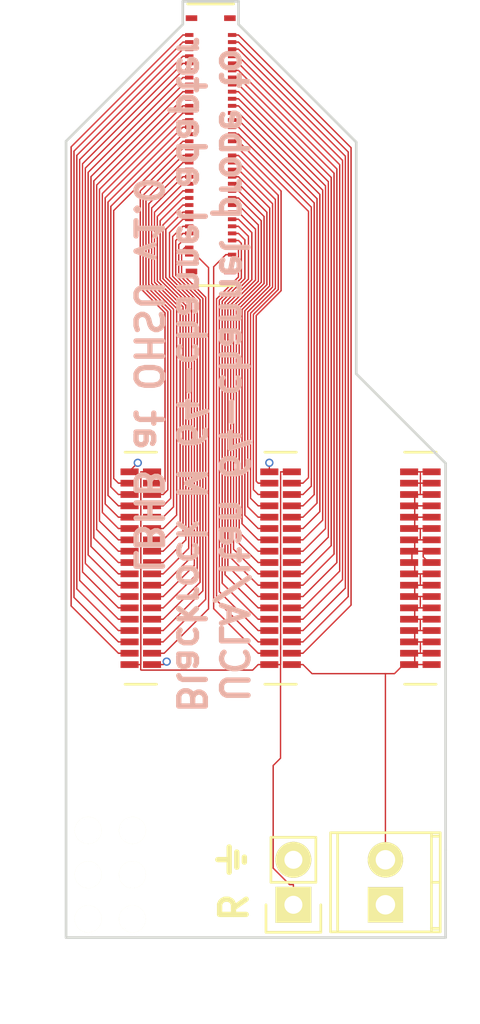
<source format=kicad_pcb>
(kicad_pcb (version 20171130) (host pcbnew "(5.1.12)-1")

  (general
    (thickness 1.6)
    (drawings 16)
    (tracks 574)
    (zones 0)
    (modules 12)
    (nets 67)
  )

  (page A4)
  (layers
    (0 F.Cu signal)
    (1 In1.Cu signal)
    (2 In2.Cu signal)
    (31 B.Cu signal)
    (32 B.Adhes user)
    (33 F.Adhes user hide)
    (34 B.Paste user)
    (35 F.Paste user)
    (36 B.SilkS user hide)
    (37 F.SilkS user)
    (38 B.Mask user)
    (39 F.Mask user)
    (40 Dwgs.User user)
    (41 Cmts.User user)
    (42 Eco1.User user)
    (43 Eco2.User user)
    (44 Edge.Cuts user)
    (45 Margin user)
    (46 B.CrtYd user)
    (47 F.CrtYd user)
    (48 B.Fab user)
    (49 F.Fab user)
  )

  (setup
    (last_trace_width 0.08)
    (trace_clearance 0.08)
    (zone_clearance 0.08)
    (zone_45_only yes)
    (trace_min 0.08)
    (via_size 0.47)
    (via_drill 0.305)
    (via_min_size 0.47)
    (via_min_drill 0.305)
    (uvia_size 0.3)
    (uvia_drill 0.1)
    (uvias_allowed no)
    (uvia_min_size 0.2)
    (uvia_min_drill 0.1)
    (edge_width 0.15)
    (segment_width 0.2)
    (pcb_text_width 0.3)
    (pcb_text_size 1.5 1.5)
    (mod_edge_width 0.15)
    (mod_text_size 1 1)
    (mod_text_width 0.15)
    (pad_size 0.32 0.35)
    (pad_drill 0)
    (pad_to_mask_clearance 0.2)
    (aux_axis_origin 0 0)
    (visible_elements 7FFEFFFF)
    (pcbplotparams
      (layerselection 0x010fc_ffffffff)
      (usegerberextensions true)
      (usegerberattributes true)
      (usegerberadvancedattributes true)
      (creategerberjobfile true)
      (excludeedgelayer true)
      (linewidth 0.100000)
      (plotframeref false)
      (viasonmask false)
      (mode 1)
      (useauxorigin false)
      (hpglpennumber 1)
      (hpglpenspeed 20)
      (hpglpendiameter 15.000000)
      (psnegative false)
      (psa4output false)
      (plotreference false)
      (plotvalue false)
      (plotinvisibletext false)
      (padsonsilk false)
      (subtractmaskfromsilk false)
      (outputformat 1)
      (mirror false)
      (drillshape 0)
      (scaleselection 1)
      (outputdirectory "gerber"))
  )

  (net 0 "")
  (net 1 /1)
  (net 2 /2)
  (net 3 /3)
  (net 4 /4)
  (net 5 /5)
  (net 6 /6)
  (net 7 /7)
  (net 8 /8)
  (net 9 /9)
  (net 10 /10)
  (net 11 /11)
  (net 12 /12)
  (net 13 /13)
  (net 14 /14)
  (net 15 /15)
  (net 16 /16)
  (net 17 /17)
  (net 18 /18)
  (net 19 /19)
  (net 20 /20)
  (net 21 /21)
  (net 22 /22)
  (net 23 /23)
  (net 24 /24)
  (net 25 /25)
  (net 26 /26)
  (net 27 /27)
  (net 28 /28)
  (net 29 /29)
  (net 30 /30)
  (net 31 /31)
  (net 32 /32)
  (net 33 /33)
  (net 34 /34)
  (net 35 /35)
  (net 36 /36)
  (net 37 /37)
  (net 38 /38)
  (net 39 /39)
  (net 40 /40)
  (net 41 /41)
  (net 42 /42)
  (net 43 /43)
  (net 44 /44)
  (net 45 /45)
  (net 46 /46)
  (net 47 /47)
  (net 48 /48)
  (net 49 /49)
  (net 50 /50)
  (net 51 /51)
  (net 52 /52)
  (net 53 /53)
  (net 54 /54)
  (net 55 /55)
  (net 56 /56)
  (net 57 /57)
  (net 58 /58)
  (net 59 /59)
  (net 60 /60)
  (net 61 /61)
  (net 62 /62)
  (net 63 /63)
  (net 64 /64)
  (net 65 /R)
  (net 66 /G)

  (net_class Default "This is the default net class."
    (clearance 0.08)
    (trace_width 0.08)
    (via_dia 0.47)
    (via_drill 0.305)
    (uvia_dia 0.3)
    (uvia_drill 0.1)
    (add_net /1)
    (add_net /10)
    (add_net /11)
    (add_net /12)
    (add_net /13)
    (add_net /14)
    (add_net /15)
    (add_net /16)
    (add_net /17)
    (add_net /18)
    (add_net /19)
    (add_net /2)
    (add_net /20)
    (add_net /21)
    (add_net /22)
    (add_net /23)
    (add_net /24)
    (add_net /25)
    (add_net /26)
    (add_net /27)
    (add_net /28)
    (add_net /29)
    (add_net /3)
    (add_net /30)
    (add_net /31)
    (add_net /32)
    (add_net /33)
    (add_net /34)
    (add_net /35)
    (add_net /36)
    (add_net /37)
    (add_net /38)
    (add_net /39)
    (add_net /4)
    (add_net /40)
    (add_net /41)
    (add_net /42)
    (add_net /43)
    (add_net /44)
    (add_net /45)
    (add_net /46)
    (add_net /47)
    (add_net /48)
    (add_net /49)
    (add_net /5)
    (add_net /50)
    (add_net /51)
    (add_net /52)
    (add_net /53)
    (add_net /54)
    (add_net /55)
    (add_net /56)
    (add_net /57)
    (add_net /58)
    (add_net /59)
    (add_net /6)
    (add_net /60)
    (add_net /61)
    (add_net /62)
    (add_net /63)
    (add_net /64)
    (add_net /7)
    (add_net /8)
    (add_net /9)
    (add_net /G)
    (add_net /R)
  )

  (module Terminal_Blocks:TerminalBlock_Pheonix_MPT-2.54mm_2pol (layer F.Cu) (tedit 56F99449) (tstamp 56F96E4D)
    (at 153.6 121.7 90)
    (descr "2-way 2.54mm pitch terminal block, Phoenix MPT series")
    (path /56F99751)
    (fp_text reference P2 (at 1.27 -4.50088 90) (layer F.SilkS) hide
      (effects (font (size 1 1) (thickness 0.15)))
    )
    (fp_text value 1725656 (at 1.27 4.50088 90) (layer F.Fab)
      (effects (font (size 1 1) (thickness 0.15)))
    )
    (fp_line (start -1.7 -3.3) (end 4.3 -3.3) (layer F.CrtYd) (width 0.05))
    (fp_line (start -1.7 3.3) (end -1.7 -3.3) (layer F.CrtYd) (width 0.05))
    (fp_line (start 4.3 3.3) (end -1.7 3.3) (layer F.CrtYd) (width 0.05))
    (fp_line (start 4.3 -3.3) (end 4.3 3.3) (layer F.CrtYd) (width 0.05))
    (fp_line (start 4.06908 2.60096) (end -1.52908 2.60096) (layer F.SilkS) (width 0.15))
    (fp_line (start -1.33096 3.0988) (end -1.33096 2.60096) (layer F.SilkS) (width 0.15))
    (fp_line (start 3.87096 2.60096) (end 3.87096 3.0988) (layer F.SilkS) (width 0.15))
    (fp_line (start 1.27 3.0988) (end 1.27 2.60096) (layer F.SilkS) (width 0.15))
    (fp_line (start -1.52908 -2.70002) (end 4.06908 -2.70002) (layer F.SilkS) (width 0.15))
    (fp_line (start -1.52908 3.0988) (end 4.06908 3.0988) (layer F.SilkS) (width 0.15))
    (fp_line (start 4.06908 3.0988) (end 4.06908 -3.0988) (layer F.SilkS) (width 0.15))
    (fp_line (start 4.06908 -3.0988) (end -1.52908 -3.0988) (layer F.SilkS) (width 0.15))
    (fp_line (start -1.52908 -3.0988) (end -1.52908 3.0988) (layer F.SilkS) (width 0.15))
    (pad 2 thru_hole oval (at 2.54 0 90) (size 1.99898 1.99898) (drill 1.09728) (layers *.Cu *.Mask F.SilkS)
      (net 66 /G))
    (pad 1 thru_hole rect (at 0 0 90) (size 1.99898 1.99898) (drill 1.09728) (layers *.Cu *.Mask F.SilkS)
      (net 65 /R))
    (model Terminal_Blocks.3dshapes/TerminalBlock_Pheonix_MPT-2.54mm_2pol.wrl
      (offset (xyz 1.269999980926514 0 0))
      (scale (xyz 1 1 1))
      (rotate (xyz 0 0 0))
    )
  )

  (module Socket_Strips:Socket_Strip_Straight_1x02 (layer F.Cu) (tedit 56F99461) (tstamp 56F98E3E)
    (at 148.4 121.7 90)
    (descr "Through hole socket strip")
    (tags "socket strip")
    (path /56F9B9A8)
    (fp_text reference JP1 (at 0 -5.1 90) (layer F.SilkS) hide
      (effects (font (size 1 1) (thickness 0.15)))
    )
    (fp_text value Jumper_NO_Small (at 0 -3.1 90) (layer F.Fab)
      (effects (font (size 1 1) (thickness 0.15)))
    )
    (fp_line (start -1.55 1.55) (end 0 1.55) (layer F.SilkS) (width 0.15))
    (fp_line (start 3.81 1.27) (end 1.27 1.27) (layer F.SilkS) (width 0.15))
    (fp_line (start -1.75 -1.75) (end -1.75 1.75) (layer F.CrtYd) (width 0.05))
    (fp_line (start 4.3 -1.75) (end 4.3 1.75) (layer F.CrtYd) (width 0.05))
    (fp_line (start -1.75 -1.75) (end 4.3 -1.75) (layer F.CrtYd) (width 0.05))
    (fp_line (start -1.75 1.75) (end 4.3 1.75) (layer F.CrtYd) (width 0.05))
    (fp_line (start 1.27 1.27) (end 1.27 -1.27) (layer F.SilkS) (width 0.15))
    (fp_line (start 0 -1.55) (end -1.55 -1.55) (layer F.SilkS) (width 0.15))
    (fp_line (start -1.55 -1.55) (end -1.55 1.55) (layer F.SilkS) (width 0.15))
    (fp_line (start 1.27 -1.27) (end 3.81 -1.27) (layer F.SilkS) (width 0.15))
    (fp_line (start 3.81 -1.27) (end 3.81 1.27) (layer F.SilkS) (width 0.15))
    (pad 1 thru_hole rect (at 0 0 90) (size 2.032 2.032) (drill 1.016) (layers *.Cu *.Mask F.SilkS)
      (net 65 /R))
    (pad 2 thru_hole oval (at 2.54 0 90) (size 2.032 2.032) (drill 1.016) (layers *.Cu *.Mask F.SilkS)
      (net 66 /G))
    (model Socket_Strips.3dshapes/Socket_Strip_Straight_1x02.wrl
      (offset (xyz 1.269999980926514 0 0))
      (scale (xyz 1 1 1))
      (rotate (xyz 0 0 180))
    )
  )

  (module "headstage adapter:#0_drill_hole" (layer F.Cu) (tedit 56FBED79) (tstamp 56F990A1)
    (at 136.8 122.5)
    (fp_text reference M3 (at 0 0.5) (layer F.SilkS) hide
      (effects (font (size 1 1) (thickness 0.15)))
    )
    (fp_text value "#0 drill hole" (at 0 -0.5) (layer F.Fab)
      (effects (font (size 1 1) (thickness 0.15)))
    )
    (pad "" np_thru_hole circle (at 0 0) (size 1.524 1.524) (drill 1.524) (layers *.Cu *.Mask F.SilkS))
  )

  (module "headstage adapter:#0_drill_hole" (layer F.Cu) (tedit 56FBED76) (tstamp 56F990B2)
    (at 136.8 120)
    (fp_text reference M2 (at 0 0.5) (layer F.SilkS) hide
      (effects (font (size 1 1) (thickness 0.15)))
    )
    (fp_text value "#0 drill hole" (at 0 -0.5) (layer F.Fab)
      (effects (font (size 1 1) (thickness 0.15)))
    )
    (pad "" np_thru_hole circle (at 0 0) (size 1.524 1.524) (drill 1.524) (layers *.Cu *.Mask F.SilkS))
  )

  (module "headstage adapter:#0_drill_hole" (layer F.Cu) (tedit 56FBED83) (tstamp 56F990CC)
    (at 139.3 117.5)
    (fp_text reference M6 (at 0 0.5) (layer F.SilkS) hide
      (effects (font (size 1 1) (thickness 0.15)))
    )
    (fp_text value "#0 drill hole" (at 0 -0.5) (layer F.Fab)
      (effects (font (size 1 1) (thickness 0.15)))
    )
    (pad "" np_thru_hole circle (at 0 0) (size 1.524 1.524) (drill 1.524) (layers *.Cu *.Mask F.SilkS))
  )

  (module "headstage adapter:#0_drill_hole" (layer F.Cu) (tedit 56FBED5D) (tstamp 56F990DE)
    (at 136.8 117.5)
    (fp_text reference M1 (at 0 0.5) (layer F.SilkS) hide
      (effects (font (size 1 1) (thickness 0.15)))
    )
    (fp_text value "#0 drill hole" (at 0 -0.5) (layer F.Fab)
      (effects (font (size 1 1) (thickness 0.15)))
    )
    (pad "" np_thru_hole circle (at 0 0) (size 1.524 1.524) (drill 1.524) (layers *.Cu *.Mask F.SilkS))
  )

  (module "headstage adapter:#0_drill_hole" (layer F.Cu) (tedit 56FBED7D) (tstamp 56F99D04)
    (at 139.3 122.5)
    (fp_text reference M4 (at 0 0.5) (layer F.SilkS) hide
      (effects (font (size 1 1) (thickness 0.15)))
    )
    (fp_text value "#0 drill hole" (at 0 -0.5) (layer F.Fab)
      (effects (font (size 1 1) (thickness 0.15)))
    )
    (pad "" np_thru_hole circle (at 0 0) (size 1.524 1.524) (drill 1.524) (layers *.Cu *.Mask F.SilkS))
  )

  (module "headstage adapter:#0_drill_hole" (layer F.Cu) (tedit 56FBED7F) (tstamp 56F99D2D)
    (at 139.3 120)
    (fp_text reference M5 (at 0 0.5) (layer F.SilkS) hide
      (effects (font (size 1 1) (thickness 0.15)))
    )
    (fp_text value "#0 drill hole" (at 0 -0.5) (layer F.Fab)
      (effects (font (size 1 1) (thickness 0.15)))
    )
    (pad "" np_thru_hole circle (at 0 0) (size 1.524 1.524) (drill 1.524) (layers *.Cu *.Mask F.SilkS))
  )

  (module "headstage adapter:Molex_SlimStack_receptacle_64_0.4mm_pitch" (layer F.Cu) (tedit 56FBF89C) (tstamp 56FC0C93)
    (at 143.725 78.8 270)
    (path /56F9721A)
    (fp_text reference P1 (at 0 4.5 270) (layer F.SilkS) hide
      (effects (font (size 1 1) (thickness 0.15)))
    )
    (fp_text value 502426-6410 (at 0 2.7 270) (layer F.Fab)
      (effects (font (size 1 1) (thickness 0.15)))
    )
    (fp_line (start -7.95 -1.3) (end -7.95 1.3) (layer F.SilkS) (width 0.15))
    (fp_line (start 7.95 -1.3) (end 7.95 1.3) (layer F.SilkS) (width 0.15))
    (pad 1 smd rect (at -6.2 1.2125 270) (size 0.22 0.475) (layers F.Cu F.Paste F.Mask)
      (net 2 /2))
    (pad 2 smd rect (at -6.2 -1.2125 270) (size 0.22 0.475) (layers F.Cu F.Paste F.Mask)
      (net 33 /33))
    (pad 3 smd rect (at -5.8 1.2125 270) (size 0.22 0.475) (layers F.Cu F.Paste F.Mask)
      (net 4 /4))
    (pad 4 smd rect (at -5.8 -1.2125 270) (size 0.22 0.475) (layers F.Cu F.Paste F.Mask)
      (net 35 /35))
    (pad 5 smd rect (at -5.4 1.2125 270) (size 0.22 0.475) (layers F.Cu F.Paste F.Mask)
      (net 6 /6))
    (pad 6 smd rect (at -5.4 -1.2125 270) (size 0.22 0.475) (layers F.Cu F.Paste F.Mask)
      (net 37 /37))
    (pad 7 smd rect (at -5 1.2125 270) (size 0.22 0.475) (layers F.Cu F.Paste F.Mask)
      (net 8 /8))
    (pad 8 smd rect (at -5 -1.2125 270) (size 0.22 0.475) (layers F.Cu F.Paste F.Mask)
      (net 39 /39))
    (pad 9 smd rect (at -4.6 1.2125 270) (size 0.22 0.475) (layers F.Cu F.Paste F.Mask)
      (net 10 /10))
    (pad 10 smd rect (at -4.6 -1.2125 270) (size 0.22 0.475) (layers F.Cu F.Paste F.Mask)
      (net 41 /41))
    (pad 11 smd rect (at -4.2 1.2125 270) (size 0.22 0.475) (layers F.Cu F.Paste F.Mask)
      (net 12 /12))
    (pad 12 smd rect (at -4.2 -1.2125 270) (size 0.22 0.475) (layers F.Cu F.Paste F.Mask)
      (net 43 /43))
    (pad 13 smd rect (at -3.8 1.2125 270) (size 0.22 0.475) (layers F.Cu F.Paste F.Mask)
      (net 14 /14))
    (pad 14 smd rect (at -3.8 -1.2125 270) (size 0.22 0.475) (layers F.Cu F.Paste F.Mask)
      (net 45 /45))
    (pad 15 smd rect (at -3.4 1.2125 270) (size 0.22 0.475) (layers F.Cu F.Paste F.Mask)
      (net 16 /16))
    (pad 16 smd rect (at -3.4 -1.2125 270) (size 0.22 0.475) (layers F.Cu F.Paste F.Mask)
      (net 47 /47))
    (pad 17 smd rect (at -3 1.2125 270) (size 0.22 0.475) (layers F.Cu F.Paste F.Mask)
      (net 18 /18))
    (pad 18 smd rect (at -3 -1.2125 270) (size 0.22 0.475) (layers F.Cu F.Paste F.Mask)
      (net 49 /49))
    (pad 19 smd rect (at -2.6 1.2125 270) (size 0.22 0.475) (layers F.Cu F.Paste F.Mask)
      (net 20 /20))
    (pad 20 smd rect (at -2.6 -1.2125 270) (size 0.22 0.475) (layers F.Cu F.Paste F.Mask)
      (net 51 /51))
    (pad 21 smd rect (at -2.2 1.2125 270) (size 0.22 0.475) (layers F.Cu F.Paste F.Mask)
      (net 22 /22))
    (pad 22 smd rect (at -2.2 -1.2125 270) (size 0.22 0.475) (layers F.Cu F.Paste F.Mask)
      (net 53 /53))
    (pad 23 smd rect (at -1.8 1.2125 270) (size 0.22 0.475) (layers F.Cu F.Paste F.Mask)
      (net 24 /24))
    (pad 24 smd rect (at -1.8 -1.2125 270) (size 0.22 0.475) (layers F.Cu F.Paste F.Mask)
      (net 55 /55))
    (pad 25 smd rect (at -1.4 1.2125 270) (size 0.22 0.475) (layers F.Cu F.Paste F.Mask)
      (net 26 /26))
    (pad 26 smd rect (at -1.4 -1.2125 270) (size 0.22 0.475) (layers F.Cu F.Paste F.Mask)
      (net 57 /57))
    (pad 27 smd rect (at -1 1.2125 270) (size 0.22 0.475) (layers F.Cu F.Paste F.Mask)
      (net 28 /28))
    (pad 28 smd rect (at -1 -1.2125 270) (size 0.22 0.475) (layers F.Cu F.Paste F.Mask)
      (net 59 /59))
    (pad 29 smd rect (at -0.6 1.2125 270) (size 0.22 0.475) (layers F.Cu F.Paste F.Mask)
      (net 30 /30))
    (pad 30 smd rect (at -0.6 -1.2125 270) (size 0.22 0.475) (layers F.Cu F.Paste F.Mask)
      (net 61 /61))
    (pad 31 smd rect (at -0.2 1.2125 270) (size 0.22 0.475) (layers F.Cu F.Paste F.Mask)
      (net 32 /32))
    (pad 32 smd rect (at -0.2 -1.2125 270) (size 0.22 0.475) (layers F.Cu F.Paste F.Mask)
      (net 63 /63))
    (pad 33 smd rect (at 0.2 1.2125 270) (size 0.22 0.475) (layers F.Cu F.Paste F.Mask)
      (net 31 /31))
    (pad 34 smd rect (at 0.2 -1.2125 270) (size 0.22 0.475) (layers F.Cu F.Paste F.Mask)
      (net 64 /64))
    (pad 35 smd rect (at 0.6 1.2125 270) (size 0.22 0.475) (layers F.Cu F.Paste F.Mask)
      (net 29 /29))
    (pad 36 smd rect (at 0.6 -1.2125 270) (size 0.22 0.475) (layers F.Cu F.Paste F.Mask)
      (net 62 /62))
    (pad 37 smd rect (at 1 1.2125 270) (size 0.22 0.475) (layers F.Cu F.Paste F.Mask)
      (net 27 /27))
    (pad 38 smd rect (at 1 -1.2125 270) (size 0.22 0.475) (layers F.Cu F.Paste F.Mask)
      (net 60 /60))
    (pad 39 smd rect (at 1.4 1.2125 270) (size 0.22 0.475) (layers F.Cu F.Paste F.Mask)
      (net 25 /25))
    (pad 40 smd rect (at 1.4 -1.2125 270) (size 0.22 0.475) (layers F.Cu F.Paste F.Mask)
      (net 58 /58))
    (pad 41 smd rect (at 1.8 1.2125 270) (size 0.22 0.475) (layers F.Cu F.Paste F.Mask)
      (net 23 /23))
    (pad 42 smd rect (at 1.8 -1.2125 270) (size 0.22 0.475) (layers F.Cu F.Paste F.Mask)
      (net 56 /56))
    (pad 43 smd rect (at 2.2 1.2125 270) (size 0.22 0.475) (layers F.Cu F.Paste F.Mask)
      (net 21 /21))
    (pad 44 smd rect (at 2.2 -1.2125 270) (size 0.22 0.475) (layers F.Cu F.Paste F.Mask)
      (net 54 /54))
    (pad 45 smd rect (at 2.6 1.2125 270) (size 0.22 0.475) (layers F.Cu F.Paste F.Mask)
      (net 19 /19))
    (pad 46 smd rect (at 2.6 -1.2125 270) (size 0.22 0.475) (layers F.Cu F.Paste F.Mask)
      (net 52 /52))
    (pad 47 smd rect (at 3 1.2125 270) (size 0.22 0.475) (layers F.Cu F.Paste F.Mask)
      (net 17 /17))
    (pad 48 smd rect (at 3 -1.2125 270) (size 0.22 0.475) (layers F.Cu F.Paste F.Mask)
      (net 50 /50))
    (pad 49 smd rect (at 3.4 1.2125 270) (size 0.22 0.475) (layers F.Cu F.Paste F.Mask)
      (net 15 /15))
    (pad 50 smd rect (at 3.4 -1.2125 270) (size 0.22 0.475) (layers F.Cu F.Paste F.Mask)
      (net 48 /48))
    (pad 51 smd rect (at 3.8 1.2125 270) (size 0.22 0.475) (layers F.Cu F.Paste F.Mask)
      (net 13 /13))
    (pad 52 smd rect (at 3.8 -1.2125 270) (size 0.22 0.475) (layers F.Cu F.Paste F.Mask)
      (net 46 /46))
    (pad 53 smd rect (at 4.2 1.2125 270) (size 0.22 0.475) (layers F.Cu F.Paste F.Mask)
      (net 11 /11))
    (pad 54 smd rect (at 4.2 -1.2125 270) (size 0.22 0.475) (layers F.Cu F.Paste F.Mask)
      (net 44 /44))
    (pad 55 smd rect (at 4.6 1.2125 270) (size 0.22 0.475) (layers F.Cu F.Paste F.Mask)
      (net 9 /9))
    (pad 56 smd rect (at 4.6 -1.2125 270) (size 0.22 0.475) (layers F.Cu F.Paste F.Mask)
      (net 42 /42))
    (pad 57 smd rect (at 5 1.2125 270) (size 0.22 0.475) (layers F.Cu F.Paste F.Mask)
      (net 7 /7))
    (pad 58 smd rect (at 5 -1.2125 270) (size 0.22 0.475) (layers F.Cu F.Paste F.Mask)
      (net 40 /40))
    (pad 59 smd rect (at 5.4 1.2125 270) (size 0.22 0.475) (layers F.Cu F.Paste F.Mask)
      (net 5 /5))
    (pad 60 smd rect (at 5.4 -1.2125 270) (size 0.22 0.475) (layers F.Cu F.Paste F.Mask)
      (net 38 /38))
    (pad 61 smd rect (at 5.8 1.2125 270) (size 0.22 0.475) (layers F.Cu F.Paste F.Mask)
      (net 3 /3))
    (pad 62 smd rect (at 5.8 -1.2125 270) (size 0.22 0.475) (layers F.Cu F.Paste F.Mask)
      (net 36 /36))
    (pad 63 smd rect (at 6.2 1.2125 270) (size 0.22 0.475) (layers F.Cu F.Paste F.Mask)
      (net 1 /1))
    (pad 64 smd rect (at 6.2 -1.2125 270) (size 0.22 0.475) (layers F.Cu F.Paste F.Mask)
      (net 34 /34))
    (pad "" smd rect (at -7.15 1.085 270) (size 0.32 0.65) (layers F.Cu F.Paste F.Mask))
    (pad "" smd rect (at -7.15 -1.085 270) (size 0.32 0.65) (layers F.Cu F.Paste F.Mask))
    (pad "" smd rect (at 7.15 -1.085 270) (size 0.32 0.65) (layers F.Cu F.Paste F.Mask))
    (pad "" smd rect (at 7.15 1.085 270) (size 0.32 0.65) (layers F.Cu F.Paste F.Mask))
    (pad "" smd rect (at -7.15 0.525 270) (size 0.32 0.35) (layers F.Mask))
    (pad "" smd rect (at -7.15 -0.525 270) (size 0.32 0.35) (layers F.Mask))
    (pad "" smd rect (at 7.15 -0.525 270) (size 0.32 0.35) (layers F.Mask))
    (pad "" smd rect (at 7.15 0.525 270) (size 0.32 0.35) (layers F.Mask))
  )

  (module "headstage adapter:omnetics_connector_36_pin" (layer F.Cu) (tedit 56FBEE64) (tstamp 56F96E75)
    (at 139.775 102.7 90)
    (path /56F96C58)
    (fp_text reference U1 (at 0 3.6 90) (layer F.SilkS) hide
      (effects (font (size 1 1) (thickness 0.15)))
    )
    (fp_text value A79026-001 (at 0 2.1 90) (layer F.Fab)
      (effects (font (size 1 1) (thickness 0.15)))
    )
    (fp_line (start -6.55 -0.89) (end -6.55 0.89) (layer F.SilkS) (width 0.15))
    (fp_line (start 6.55 0.89) (end 6.55 -0.89) (layer F.SilkS) (width 0.15))
    (pad 1 smd rect (at -5.44 0.635 90) (size 0.38 1.02) (layers F.Cu F.Paste F.Mask)
      (net 66 /G))
    (pad 2 smd rect (at -5.44 -0.635 90) (size 0.38 1.02) (layers F.Cu F.Paste F.Mask)
      (net 65 /R))
    (pad 3 smd rect (at -4.8 0.635 90) (size 0.38 1.02) (layers F.Cu F.Paste F.Mask)
      (net 1 /1))
    (pad 4 smd rect (at -4.8 -0.635 90) (size 0.38 1.02) (layers F.Cu F.Paste F.Mask)
      (net 2 /2))
    (pad 5 smd rect (at -4.16 0.635 90) (size 0.38 1.02) (layers F.Cu F.Paste F.Mask)
      (net 3 /3))
    (pad 6 smd rect (at -4.16 -0.635 90) (size 0.38 1.02) (layers F.Cu F.Paste F.Mask)
      (net 4 /4))
    (pad 7 smd rect (at -3.52 0.635 90) (size 0.38 1.02) (layers F.Cu F.Paste F.Mask)
      (net 5 /5))
    (pad 8 smd rect (at -3.52 -0.635 90) (size 0.38 1.02) (layers F.Cu F.Paste F.Mask)
      (net 6 /6))
    (pad 9 smd rect (at -2.88 0.635 90) (size 0.38 1.02) (layers F.Cu F.Paste F.Mask)
      (net 7 /7))
    (pad 10 smd rect (at -2.88 -0.635 90) (size 0.38 1.02) (layers F.Cu F.Paste F.Mask)
      (net 8 /8))
    (pad 11 smd rect (at -2.24 0.635 90) (size 0.38 1.02) (layers F.Cu F.Paste F.Mask)
      (net 9 /9))
    (pad 12 smd rect (at -2.24 -0.635 90) (size 0.38 1.02) (layers F.Cu F.Paste F.Mask)
      (net 10 /10))
    (pad 13 smd rect (at -1.6 0.635 90) (size 0.38 1.02) (layers F.Cu F.Paste F.Mask)
      (net 11 /11))
    (pad 14 smd rect (at -1.6 -0.635 90) (size 0.38 1.02) (layers F.Cu F.Paste F.Mask)
      (net 12 /12))
    (pad 15 smd rect (at -0.96 0.635 90) (size 0.38 1.02) (layers F.Cu F.Paste F.Mask)
      (net 13 /13))
    (pad 16 smd rect (at -0.96 -0.635 90) (size 0.38 1.02) (layers F.Cu F.Paste F.Mask)
      (net 14 /14))
    (pad 17 smd rect (at -0.32 0.635 90) (size 0.38 1.02) (layers F.Cu F.Paste F.Mask)
      (net 15 /15))
    (pad 18 smd rect (at -0.32 -0.635 90) (size 0.38 1.02) (layers F.Cu F.Paste F.Mask)
      (net 16 /16))
    (pad 19 smd rect (at 0.32 0.635 90) (size 0.38 1.02) (layers F.Cu F.Paste F.Mask)
      (net 17 /17))
    (pad 20 smd rect (at 0.32 -0.635 90) (size 0.38 1.02) (layers F.Cu F.Paste F.Mask)
      (net 18 /18))
    (pad 21 smd rect (at 0.96 0.635 90) (size 0.38 1.02) (layers F.Cu F.Paste F.Mask)
      (net 19 /19))
    (pad 22 smd rect (at 0.96 -0.635 90) (size 0.38 1.02) (layers F.Cu F.Paste F.Mask)
      (net 20 /20))
    (pad 23 smd rect (at 1.6 0.635 90) (size 0.38 1.02) (layers F.Cu F.Paste F.Mask)
      (net 21 /21))
    (pad 24 smd rect (at 1.6 -0.635 90) (size 0.38 1.02) (layers F.Cu F.Paste F.Mask)
      (net 22 /22))
    (pad 25 smd rect (at 2.24 0.635 90) (size 0.38 1.02) (layers F.Cu F.Paste F.Mask)
      (net 23 /23))
    (pad 26 smd rect (at 2.24 -0.635 90) (size 0.38 1.02) (layers F.Cu F.Paste F.Mask)
      (net 24 /24))
    (pad 27 smd rect (at 2.88 0.635 90) (size 0.38 1.02) (layers F.Cu F.Paste F.Mask)
      (net 25 /25))
    (pad 28 smd rect (at 2.88 -0.635 90) (size 0.38 1.02) (layers F.Cu F.Paste F.Mask)
      (net 26 /26))
    (pad 29 smd rect (at 3.52 0.635 90) (size 0.38 1.02) (layers F.Cu F.Paste F.Mask)
      (net 27 /27))
    (pad 30 smd rect (at 3.52 -0.635 90) (size 0.38 1.02) (layers F.Cu F.Paste F.Mask)
      (net 28 /28))
    (pad 31 smd rect (at 4.16 0.635 90) (size 0.38 1.02) (layers F.Cu F.Paste F.Mask)
      (net 29 /29))
    (pad 32 smd rect (at 4.16 -0.635 90) (size 0.38 1.02) (layers F.Cu F.Paste F.Mask)
      (net 30 /30))
    (pad 33 smd rect (at 4.8 0.635 90) (size 0.38 1.02) (layers F.Cu F.Paste F.Mask)
      (net 31 /31))
    (pad 34 smd rect (at 4.8 -0.635 90) (size 0.38 1.02) (layers F.Cu F.Paste F.Mask)
      (net 32 /32))
    (pad 35 smd rect (at 5.44 0.635 90) (size 0.38 1.02) (layers F.Cu F.Paste F.Mask)
      (net 65 /R))
    (pad 36 smd rect (at 5.44 -0.635 90) (size 0.38 1.02) (layers F.Cu F.Paste F.Mask)
      (net 66 /G))
  )

  (module "headstage adapter:omnetics_connector_36_pin" (layer F.Cu) (tedit 56FBEE66) (tstamp 56F96E9D)
    (at 147.675 102.7 90)
    (path /56F99112)
    (fp_text reference U2 (at 0 3.6 90) (layer F.SilkS) hide
      (effects (font (size 1 1) (thickness 0.15)))
    )
    (fp_text value A79026-001 (at 0 2.1 90) (layer F.Fab)
      (effects (font (size 1 1) (thickness 0.15)))
    )
    (fp_line (start -6.55 -0.89) (end -6.55 0.89) (layer F.SilkS) (width 0.15))
    (fp_line (start 6.55 0.89) (end 6.55 -0.89) (layer F.SilkS) (width 0.15))
    (pad 1 smd rect (at -5.44 0.635 90) (size 0.38 1.02) (layers F.Cu F.Paste F.Mask)
      (net 66 /G))
    (pad 2 smd rect (at -5.44 -0.635 90) (size 0.38 1.02) (layers F.Cu F.Paste F.Mask)
      (net 65 /R))
    (pad 3 smd rect (at -4.8 0.635 90) (size 0.38 1.02) (layers F.Cu F.Paste F.Mask)
      (net 33 /33))
    (pad 4 smd rect (at -4.8 -0.635 90) (size 0.38 1.02) (layers F.Cu F.Paste F.Mask)
      (net 34 /34))
    (pad 5 smd rect (at -4.16 0.635 90) (size 0.38 1.02) (layers F.Cu F.Paste F.Mask)
      (net 35 /35))
    (pad 6 smd rect (at -4.16 -0.635 90) (size 0.38 1.02) (layers F.Cu F.Paste F.Mask)
      (net 36 /36))
    (pad 7 smd rect (at -3.52 0.635 90) (size 0.38 1.02) (layers F.Cu F.Paste F.Mask)
      (net 37 /37))
    (pad 8 smd rect (at -3.52 -0.635 90) (size 0.38 1.02) (layers F.Cu F.Paste F.Mask)
      (net 38 /38))
    (pad 9 smd rect (at -2.88 0.635 90) (size 0.38 1.02) (layers F.Cu F.Paste F.Mask)
      (net 39 /39))
    (pad 10 smd rect (at -2.88 -0.635 90) (size 0.38 1.02) (layers F.Cu F.Paste F.Mask)
      (net 40 /40))
    (pad 11 smd rect (at -2.24 0.635 90) (size 0.38 1.02) (layers F.Cu F.Paste F.Mask)
      (net 41 /41))
    (pad 12 smd rect (at -2.24 -0.635 90) (size 0.38 1.02) (layers F.Cu F.Paste F.Mask)
      (net 42 /42))
    (pad 13 smd rect (at -1.6 0.635 90) (size 0.38 1.02) (layers F.Cu F.Paste F.Mask)
      (net 43 /43))
    (pad 14 smd rect (at -1.6 -0.635 90) (size 0.38 1.02) (layers F.Cu F.Paste F.Mask)
      (net 44 /44))
    (pad 15 smd rect (at -0.96 0.635 90) (size 0.38 1.02) (layers F.Cu F.Paste F.Mask)
      (net 45 /45))
    (pad 16 smd rect (at -0.96 -0.635 90) (size 0.38 1.02) (layers F.Cu F.Paste F.Mask)
      (net 46 /46))
    (pad 17 smd rect (at -0.32 0.635 90) (size 0.38 1.02) (layers F.Cu F.Paste F.Mask)
      (net 47 /47))
    (pad 18 smd rect (at -0.32 -0.635 90) (size 0.38 1.02) (layers F.Cu F.Paste F.Mask)
      (net 48 /48))
    (pad 19 smd rect (at 0.32 0.635 90) (size 0.38 1.02) (layers F.Cu F.Paste F.Mask)
      (net 49 /49))
    (pad 20 smd rect (at 0.32 -0.635 90) (size 0.38 1.02) (layers F.Cu F.Paste F.Mask)
      (net 50 /50))
    (pad 21 smd rect (at 0.96 0.635 90) (size 0.38 1.02) (layers F.Cu F.Paste F.Mask)
      (net 51 /51))
    (pad 22 smd rect (at 0.96 -0.635 90) (size 0.38 1.02) (layers F.Cu F.Paste F.Mask)
      (net 52 /52))
    (pad 23 smd rect (at 1.6 0.635 90) (size 0.38 1.02) (layers F.Cu F.Paste F.Mask)
      (net 53 /53))
    (pad 24 smd rect (at 1.6 -0.635 90) (size 0.38 1.02) (layers F.Cu F.Paste F.Mask)
      (net 54 /54))
    (pad 25 smd rect (at 2.24 0.635 90) (size 0.38 1.02) (layers F.Cu F.Paste F.Mask)
      (net 55 /55))
    (pad 26 smd rect (at 2.24 -0.635 90) (size 0.38 1.02) (layers F.Cu F.Paste F.Mask)
      (net 56 /56))
    (pad 27 smd rect (at 2.88 0.635 90) (size 0.38 1.02) (layers F.Cu F.Paste F.Mask)
      (net 57 /57))
    (pad 28 smd rect (at 2.88 -0.635 90) (size 0.38 1.02) (layers F.Cu F.Paste F.Mask)
      (net 58 /58))
    (pad 29 smd rect (at 3.52 0.635 90) (size 0.38 1.02) (layers F.Cu F.Paste F.Mask)
      (net 59 /59))
    (pad 30 smd rect (at 3.52 -0.635 90) (size 0.38 1.02) (layers F.Cu F.Paste F.Mask)
      (net 60 /60))
    (pad 31 smd rect (at 4.16 0.635 90) (size 0.38 1.02) (layers F.Cu F.Paste F.Mask)
      (net 61 /61))
    (pad 32 smd rect (at 4.16 -0.635 90) (size 0.38 1.02) (layers F.Cu F.Paste F.Mask)
      (net 62 /62))
    (pad 33 smd rect (at 4.8 0.635 90) (size 0.38 1.02) (layers F.Cu F.Paste F.Mask)
      (net 63 /63))
    (pad 34 smd rect (at 4.8 -0.635 90) (size 0.38 1.02) (layers F.Cu F.Paste F.Mask)
      (net 64 /64))
    (pad 35 smd rect (at 5.44 0.635 90) (size 0.38 1.02) (layers F.Cu F.Paste F.Mask)
      (net 65 /R))
    (pad 36 smd rect (at 5.44 -0.635 90) (size 0.38 1.02) (layers F.Cu F.Paste F.Mask)
      (net 66 /G))
  )

  (module "headstage adapter:omnetics_connector_36_pin" (layer F.Cu) (tedit 56FBEE69) (tstamp 56F998A0)
    (at 155.575 102.7 90)
    (path /56F9BD25)
    (fp_text reference U3 (at 0 3.6 90) (layer F.SilkS) hide
      (effects (font (size 1 1) (thickness 0.15)))
    )
    (fp_text value A79026-001 (at 0 2.1 90) (layer F.Fab)
      (effects (font (size 1 1) (thickness 0.15)))
    )
    (fp_line (start -6.55 -0.89) (end -6.55 0.89) (layer F.SilkS) (width 0.15))
    (fp_line (start 6.55 0.89) (end 6.55 -0.89) (layer F.SilkS) (width 0.15))
    (pad 1 smd rect (at -5.44 0.635 90) (size 0.38 1.02) (layers F.Cu F.Paste F.Mask)
      (net 66 /G))
    (pad 2 smd rect (at -5.44 -0.635 90) (size 0.38 1.02) (layers F.Cu F.Paste F.Mask)
      (net 66 /G))
    (pad 3 smd rect (at -4.8 0.635 90) (size 0.38 1.02) (layers F.Cu F.Paste F.Mask)
      (net 66 /G))
    (pad 4 smd rect (at -4.8 -0.635 90) (size 0.38 1.02) (layers F.Cu F.Paste F.Mask)
      (net 66 /G))
    (pad 5 smd rect (at -4.16 0.635 90) (size 0.38 1.02) (layers F.Cu F.Paste F.Mask)
      (net 66 /G))
    (pad 6 smd rect (at -4.16 -0.635 90) (size 0.38 1.02) (layers F.Cu F.Paste F.Mask)
      (net 66 /G))
    (pad 7 smd rect (at -3.52 0.635 90) (size 0.38 1.02) (layers F.Cu F.Paste F.Mask)
      (net 66 /G))
    (pad 8 smd rect (at -3.52 -0.635 90) (size 0.38 1.02) (layers F.Cu F.Paste F.Mask)
      (net 66 /G))
    (pad 9 smd rect (at -2.88 0.635 90) (size 0.38 1.02) (layers F.Cu F.Paste F.Mask)
      (net 66 /G))
    (pad 10 smd rect (at -2.88 -0.635 90) (size 0.38 1.02) (layers F.Cu F.Paste F.Mask)
      (net 66 /G))
    (pad 11 smd rect (at -2.24 0.635 90) (size 0.38 1.02) (layers F.Cu F.Paste F.Mask)
      (net 66 /G))
    (pad 12 smd rect (at -2.24 -0.635 90) (size 0.38 1.02) (layers F.Cu F.Paste F.Mask)
      (net 66 /G))
    (pad 13 smd rect (at -1.6 0.635 90) (size 0.38 1.02) (layers F.Cu F.Paste F.Mask)
      (net 66 /G))
    (pad 14 smd rect (at -1.6 -0.635 90) (size 0.38 1.02) (layers F.Cu F.Paste F.Mask)
      (net 66 /G))
    (pad 15 smd rect (at -0.96 0.635 90) (size 0.38 1.02) (layers F.Cu F.Paste F.Mask)
      (net 66 /G))
    (pad 16 smd rect (at -0.96 -0.635 90) (size 0.38 1.02) (layers F.Cu F.Paste F.Mask)
      (net 66 /G))
    (pad 17 smd rect (at -0.32 0.635 90) (size 0.38 1.02) (layers F.Cu F.Paste F.Mask)
      (net 66 /G))
    (pad 18 smd rect (at -0.32 -0.635 90) (size 0.38 1.02) (layers F.Cu F.Paste F.Mask)
      (net 66 /G))
    (pad 19 smd rect (at 0.32 0.635 90) (size 0.38 1.02) (layers F.Cu F.Paste F.Mask)
      (net 66 /G))
    (pad 20 smd rect (at 0.32 -0.635 90) (size 0.38 1.02) (layers F.Cu F.Paste F.Mask)
      (net 66 /G))
    (pad 21 smd rect (at 0.96 0.635 90) (size 0.38 1.02) (layers F.Cu F.Paste F.Mask)
      (net 66 /G))
    (pad 22 smd rect (at 0.96 -0.635 90) (size 0.38 1.02) (layers F.Cu F.Paste F.Mask)
      (net 66 /G))
    (pad 23 smd rect (at 1.6 0.635 90) (size 0.38 1.02) (layers F.Cu F.Paste F.Mask)
      (net 66 /G))
    (pad 24 smd rect (at 1.6 -0.635 90) (size 0.38 1.02) (layers F.Cu F.Paste F.Mask)
      (net 66 /G))
    (pad 25 smd rect (at 2.24 0.635 90) (size 0.38 1.02) (layers F.Cu F.Paste F.Mask)
      (net 66 /G))
    (pad 26 smd rect (at 2.24 -0.635 90) (size 0.38 1.02) (layers F.Cu F.Paste F.Mask)
      (net 66 /G))
    (pad 27 smd rect (at 2.88 0.635 90) (size 0.38 1.02) (layers F.Cu F.Paste F.Mask)
      (net 66 /G))
    (pad 28 smd rect (at 2.88 -0.635 90) (size 0.38 1.02) (layers F.Cu F.Paste F.Mask)
      (net 66 /G))
    (pad 29 smd rect (at 3.52 0.635 90) (size 0.38 1.02) (layers F.Cu F.Paste F.Mask)
      (net 66 /G))
    (pad 30 smd rect (at 3.52 -0.635 90) (size 0.38 1.02) (layers F.Cu F.Paste F.Mask)
      (net 66 /G))
    (pad 31 smd rect (at 4.16 0.635 90) (size 0.38 1.02) (layers F.Cu F.Paste F.Mask)
      (net 66 /G))
    (pad 32 smd rect (at 4.16 -0.635 90) (size 0.38 1.02) (layers F.Cu F.Paste F.Mask)
      (net 66 /G))
    (pad 33 smd rect (at 4.8 0.635 90) (size 0.38 1.02) (layers F.Cu F.Paste F.Mask)
      (net 66 /G))
    (pad 34 smd rect (at 4.8 -0.635 90) (size 0.38 1.02) (layers F.Cu F.Paste F.Mask)
      (net 66 /G))
    (pad 35 smd rect (at 5.44 0.635 90) (size 0.38 1.02) (layers F.Cu F.Paste F.Mask)
      (net 66 /G))
    (pad 36 smd rect (at 5.44 -0.635 90) (size 0.38 1.02) (layers F.Cu F.Paste F.Mask)
      (net 66 /G))
  )

  (gr_line (start 151.95 91.725) (end 157 96.775) (angle 90) (layer Edge.Cuts) (width 0.15))
  (gr_line (start 142.15 72) (end 135.55 78.6) (angle 90) (layer Edge.Cuts) (width 0.15))
  (gr_line (start 145.3 72) (end 151.95 78.65) (angle 90) (layer Edge.Cuts) (width 0.15))
  (gr_line (start 142.15 70.7) (end 142.15 72) (angle 90) (layer Edge.Cuts) (width 0.15))
  (gr_line (start 142.225 70.7) (end 142.15 70.7) (angle 90) (layer Edge.Cuts) (width 0.15))
  (gr_line (start 142.3 70.7) (end 142.225 70.7) (angle 90) (layer Edge.Cuts) (width 0.15))
  (gr_line (start 145.3 70.7) (end 145.3 72) (angle 90) (layer Edge.Cuts) (width 0.15))
  (gr_line (start 142.3 70.7) (end 145.3 70.7) (angle 90) (layer Edge.Cuts) (width 0.15))
  (gr_line (start 157 123.55) (end 157 118.6) (angle 90) (layer Edge.Cuts) (width 0.15))
  (gr_line (start 135.55 123.55) (end 157 123.55) (angle 90) (layer Edge.Cuts) (width 0.15))
  (gr_line (start 151.95 91.725) (end 151.95 78.65) (angle 90) (layer Edge.Cuts) (width 0.15))
  (gr_line (start 157 118.6) (end 157 96.775) (angle 90) (layer Edge.Cuts) (width 0.15))
  (gr_line (start 135.55 123.55) (end 135.55 78.6) (angle 90) (layer Edge.Cuts) (width 0.15))
  (gr_text "UCLA/Itan 64-channel probe to\nBlackrock M 64-channel adapter\nLBHB at OHSU v1.0" (at 142.6 91.8 270) (layer B.SilkS)
    (effects (font (size 1.5 1.5) (thickness 0.3)) (justify mirror))
  )
  (gr_text ⏚ (at 144.95 119.15 90) (layer F.SilkS)
    (effects (font (size 1.5 1.5) (thickness 0.3)))
  )
  (gr_text R (at 145.05 121.85 90) (layer F.SilkS)
    (effects (font (size 1.5 1.5) (thickness 0.3)))
  )

  (segment (start 142.5125 85) (end 142.512 85) (width 0.08) (layer F.Cu) (net 1))
  (segment (start 140.41 107.5) (end 141.096 107.5) (width 0.08) (layer F.Cu) (net 1))
  (segment (start 141.096 107.5) (end 143.604 104.992) (width 0.08) (layer F.Cu) (net 1))
  (segment (start 143.604 104.992) (end 143.604 85.7333) (width 0.08) (layer F.Cu) (net 1))
  (segment (start 143.604 85.7333) (end 142.87 85) (width 0.08) (layer F.Cu) (net 1))
  (segment (start 142.87 85) (end 142.5125 85) (width 0.08) (layer F.Cu) (net 1))
  (segment (start 142.512 72.6) (end 142.5125 72.6) (width 0.08) (layer F.Cu) (net 2))
  (segment (start 142.512 72.6) (end 142.155 72.6) (width 0.08) (layer F.Cu) (net 2))
  (segment (start 142.155 72.6) (end 135.838 78.9164) (width 0.08) (layer F.Cu) (net 2))
  (segment (start 135.838 78.9164) (end 135.838 104.829) (width 0.08) (layer F.Cu) (net 2))
  (segment (start 135.838 104.829) (end 138.51 107.5) (width 0.08) (layer F.Cu) (net 2))
  (segment (start 139.14 107.5) (end 138.51 107.5) (width 0.08) (layer F.Cu) (net 2))
  (segment (start 139.14 107.5) (end 138.51 107.5) (width 0.08) (layer F.Cu) (net 2))
  (segment (start 142.5125 84.6) (end 142.267 84.6) (width 0.08) (layer F.Cu) (net 3))
  (segment (start 142.267 84.6) (end 142.08 84.7869) (width 0.08) (layer F.Cu) (net 3))
  (segment (start 142.08 84.7869) (end 142.08 86.0452) (width 0.08) (layer F.Cu) (net 3))
  (segment (start 142.08 86.0452) (end 143.443 87.4084) (width 0.08) (layer F.Cu) (net 3))
  (segment (start 143.443 87.4084) (end 143.443 104.457) (width 0.08) (layer F.Cu) (net 3))
  (segment (start 143.443 104.457) (end 141.04 106.86) (width 0.08) (layer F.Cu) (net 3))
  (segment (start 141.04 106.86) (end 140.41 106.86) (width 0.08) (layer F.Cu) (net 3))
  (segment (start 142.625 84.6) (end 142.5125 84.6) (width 0.08) (layer F.Cu) (net 3))
  (segment (start 142.512 73) (end 142.5125 73) (width 0.08) (layer F.Cu) (net 4))
  (segment (start 142.512 73) (end 142.155 73) (width 0.08) (layer F.Cu) (net 4))
  (segment (start 142.155 73) (end 135.999 79.1561) (width 0.08) (layer F.Cu) (net 4))
  (segment (start 135.999 79.1561) (end 135.999 104.349) (width 0.08) (layer F.Cu) (net 4))
  (segment (start 135.999 104.349) (end 138.51 106.86) (width 0.08) (layer F.Cu) (net 4))
  (segment (start 138.51 106.86) (end 139.14 106.86) (width 0.08) (layer F.Cu) (net 4))
  (segment (start 142.512 84.2) (end 142.5125 84.2) (width 0.08) (layer F.Cu) (net 5))
  (segment (start 142.512 84.2) (end 142.155 84.2) (width 0.08) (layer F.Cu) (net 5))
  (segment (start 142.155 84.2) (end 141.92 84.4349) (width 0.08) (layer F.Cu) (net 5))
  (segment (start 141.92 84.4349) (end 141.92 86.1116) (width 0.08) (layer F.Cu) (net 5))
  (segment (start 141.92 86.1116) (end 143.283 87.4748) (width 0.08) (layer F.Cu) (net 5))
  (segment (start 143.283 87.4748) (end 143.283 103.977) (width 0.08) (layer F.Cu) (net 5))
  (segment (start 143.283 103.977) (end 141.04 106.22) (width 0.08) (layer F.Cu) (net 5))
  (segment (start 141.04 106.22) (end 140.41 106.22) (width 0.08) (layer F.Cu) (net 5))
  (segment (start 142.512 73.4) (end 142.5125 73.4) (width 0.08) (layer F.Cu) (net 6))
  (segment (start 142.512 73.4) (end 142.155 73.4) (width 0.08) (layer F.Cu) (net 6))
  (segment (start 142.155 73.4) (end 136.159 79.3958) (width 0.08) (layer F.Cu) (net 6))
  (segment (start 136.159 79.3958) (end 136.159 103.869) (width 0.08) (layer F.Cu) (net 6))
  (segment (start 136.159 103.869) (end 138.51 106.22) (width 0.08) (layer F.Cu) (net 6))
  (segment (start 138.51 106.22) (end 139.14 106.22) (width 0.08) (layer F.Cu) (net 6))
  (segment (start 142.512 83.8) (end 142.5125 83.8) (width 0.08) (layer F.Cu) (net 7))
  (segment (start 142.512 83.8) (end 142.155 83.8) (width 0.08) (layer F.Cu) (net 7))
  (segment (start 142.155 83.8) (end 141.75 84.2048) (width 0.08) (layer F.Cu) (net 7))
  (segment (start 141.75 84.2048) (end 141.75 86.1685) (width 0.08) (layer F.Cu) (net 7))
  (segment (start 141.75 86.1685) (end 143.123 87.5413) (width 0.08) (layer F.Cu) (net 7))
  (segment (start 143.123 87.5413) (end 143.123 103.498) (width 0.08) (layer F.Cu) (net 7))
  (segment (start 143.123 103.498) (end 141.04 105.58) (width 0.08) (layer F.Cu) (net 7))
  (segment (start 141.04 105.58) (end 140.41 105.58) (width 0.08) (layer F.Cu) (net 7))
  (segment (start 142.512 73.8) (end 142.5125 73.8) (width 0.08) (layer F.Cu) (net 8))
  (segment (start 142.512 73.8) (end 142.155 73.8) (width 0.08) (layer F.Cu) (net 8))
  (segment (start 142.155 73.8) (end 136.319 79.6355) (width 0.08) (layer F.Cu) (net 8))
  (segment (start 136.319 79.6355) (end 136.319 103.39) (width 0.08) (layer F.Cu) (net 8))
  (segment (start 136.319 103.39) (end 138.51 105.58) (width 0.08) (layer F.Cu) (net 8))
  (segment (start 138.51 105.58) (end 139.14 105.58) (width 0.08) (layer F.Cu) (net 8))
  (segment (start 142.512 83.4) (end 142.5125 83.4) (width 0.08) (layer F.Cu) (net 9))
  (segment (start 142.512 83.4) (end 142.155 83.4) (width 0.08) (layer F.Cu) (net 9))
  (segment (start 142.155 83.4) (end 141.574 83.981) (width 0.08) (layer F.Cu) (net 9))
  (segment (start 141.574 83.981) (end 141.574 86.2191) (width 0.08) (layer F.Cu) (net 9))
  (segment (start 141.574 86.2191) (end 142.962 87.6078) (width 0.08) (layer F.Cu) (net 9))
  (segment (start 142.962 87.6078) (end 142.962 103.018) (width 0.08) (layer F.Cu) (net 9))
  (segment (start 142.962 103.018) (end 141.04 104.94) (width 0.08) (layer F.Cu) (net 9))
  (segment (start 141.04 104.94) (end 140.41 104.94) (width 0.08) (layer F.Cu) (net 9))
  (segment (start 142.512 74.2) (end 142.5125 74.2) (width 0.08) (layer F.Cu) (net 10))
  (segment (start 142.512 74.2) (end 142.155 74.2) (width 0.08) (layer F.Cu) (net 10))
  (segment (start 142.155 74.2) (end 136.48 79.8752) (width 0.08) (layer F.Cu) (net 10))
  (segment (start 136.48 79.8752) (end 136.48 102.91) (width 0.08) (layer F.Cu) (net 10))
  (segment (start 136.48 102.91) (end 138.51 104.94) (width 0.08) (layer F.Cu) (net 10))
  (segment (start 138.51 104.94) (end 139.14 104.94) (width 0.08) (layer F.Cu) (net 10))
  (segment (start 142.512 83) (end 142.5125 83) (width 0.08) (layer F.Cu) (net 11))
  (segment (start 142.512 83) (end 142.155 83) (width 0.08) (layer F.Cu) (net 11))
  (segment (start 142.155 83) (end 141.399 83.7553) (width 0.08) (layer F.Cu) (net 11))
  (segment (start 141.399 83.7553) (end 141.399 86.2716) (width 0.08) (layer F.Cu) (net 11))
  (segment (start 141.399 86.2716) (end 142.802 87.6743) (width 0.08) (layer F.Cu) (net 11))
  (segment (start 142.802 87.6743) (end 142.802 102.538) (width 0.08) (layer F.Cu) (net 11))
  (segment (start 142.802 102.538) (end 141.04 104.3) (width 0.08) (layer F.Cu) (net 11))
  (segment (start 141.04 104.3) (end 140.41 104.3) (width 0.08) (layer F.Cu) (net 11))
  (segment (start 142.512 74.6) (end 142.5125 74.6) (width 0.08) (layer F.Cu) (net 12))
  (segment (start 142.512 74.6) (end 142.155 74.6) (width 0.08) (layer F.Cu) (net 12))
  (segment (start 142.155 74.6) (end 136.64 80.1149) (width 0.08) (layer F.Cu) (net 12))
  (segment (start 136.64 80.1149) (end 136.64 102.43) (width 0.08) (layer F.Cu) (net 12))
  (segment (start 136.64 102.43) (end 138.51 104.3) (width 0.08) (layer F.Cu) (net 12))
  (segment (start 138.51 104.3) (end 139.14 104.3) (width 0.08) (layer F.Cu) (net 12))
  (segment (start 142.512 82.6) (end 142.5125 82.6) (width 0.08) (layer F.Cu) (net 13))
  (segment (start 142.512 82.6) (end 142.155 82.6) (width 0.08) (layer F.Cu) (net 13))
  (segment (start 142.155 82.6) (end 141.189 83.5659) (width 0.08) (layer F.Cu) (net 13))
  (segment (start 141.189 83.5659) (end 141.189 86.2878) (width 0.08) (layer F.Cu) (net 13))
  (segment (start 141.189 86.2878) (end 142.642 87.7408) (width 0.08) (layer F.Cu) (net 13))
  (segment (start 142.642 87.7408) (end 142.642 102.058) (width 0.08) (layer F.Cu) (net 13))
  (segment (start 142.642 102.058) (end 141.04 103.66) (width 0.08) (layer F.Cu) (net 13))
  (segment (start 141.04 103.66) (end 140.41 103.66) (width 0.08) (layer F.Cu) (net 13))
  (segment (start 142.512 75) (end 142.5125 75) (width 0.08) (layer F.Cu) (net 14))
  (segment (start 142.512 75) (end 142.155 75) (width 0.08) (layer F.Cu) (net 14))
  (segment (start 142.155 75) (end 136.8 80.3546) (width 0.08) (layer F.Cu) (net 14))
  (segment (start 136.8 80.3546) (end 136.8 101.95) (width 0.08) (layer F.Cu) (net 14))
  (segment (start 136.8 101.95) (end 138.51 103.66) (width 0.08) (layer F.Cu) (net 14))
  (segment (start 138.51 103.66) (end 139.14 103.66) (width 0.08) (layer F.Cu) (net 14))
  (segment (start 142.512 82.2) (end 142.5125 82.2) (width 0.08) (layer F.Cu) (net 15))
  (segment (start 142.512 82.2) (end 142.155 82.2) (width 0.08) (layer F.Cu) (net 15))
  (segment (start 142.155 82.2) (end 141.028 83.3262) (width 0.08) (layer F.Cu) (net 15))
  (segment (start 141.028 83.3262) (end 141.028 86.3543) (width 0.08) (layer F.Cu) (net 15))
  (segment (start 141.028 86.3543) (end 142.482 87.8073) (width 0.08) (layer F.Cu) (net 15))
  (segment (start 142.482 87.8073) (end 142.482 101.579) (width 0.08) (layer F.Cu) (net 15))
  (segment (start 142.482 101.579) (end 141.04 103.02) (width 0.08) (layer F.Cu) (net 15))
  (segment (start 141.04 103.02) (end 140.41 103.02) (width 0.08) (layer F.Cu) (net 15))
  (segment (start 142.512 75.4) (end 142.5125 75.4) (width 0.08) (layer F.Cu) (net 16))
  (segment (start 142.512 75.4) (end 142.155 75.4) (width 0.08) (layer F.Cu) (net 16))
  (segment (start 142.155 75.4) (end 136.96 80.5943) (width 0.08) (layer F.Cu) (net 16))
  (segment (start 136.96 80.5943) (end 136.96 101.471) (width 0.08) (layer F.Cu) (net 16))
  (segment (start 136.96 101.471) (end 138.51 103.02) (width 0.08) (layer F.Cu) (net 16))
  (segment (start 138.51 103.02) (end 139.14 103.02) (width 0.08) (layer F.Cu) (net 16))
  (segment (start 142.512 81.8) (end 142.5125 81.8) (width 0.08) (layer F.Cu) (net 17))
  (segment (start 142.512 81.8) (end 142.155 81.8) (width 0.08) (layer F.Cu) (net 17))
  (segment (start 142.155 81.8) (end 140.868 83.0865) (width 0.08) (layer F.Cu) (net 17))
  (segment (start 140.868 83.0865) (end 140.868 86.4208) (width 0.08) (layer F.Cu) (net 17))
  (segment (start 140.868 86.4208) (end 142.321 87.8738) (width 0.08) (layer F.Cu) (net 17))
  (segment (start 142.321 87.8738) (end 142.321 101.099) (width 0.08) (layer F.Cu) (net 17))
  (segment (start 142.321 101.099) (end 141.04 102.38) (width 0.08) (layer F.Cu) (net 17))
  (segment (start 141.04 102.38) (end 140.41 102.38) (width 0.08) (layer F.Cu) (net 17))
  (segment (start 142.512 75.8) (end 142.5125 75.8) (width 0.08) (layer F.Cu) (net 18))
  (segment (start 142.512 75.8) (end 142.155 75.8) (width 0.08) (layer F.Cu) (net 18))
  (segment (start 142.155 75.8) (end 137.121 80.834) (width 0.08) (layer F.Cu) (net 18))
  (segment (start 137.121 80.834) (end 137.121 100.991) (width 0.08) (layer F.Cu) (net 18))
  (segment (start 137.121 100.991) (end 138.51 102.38) (width 0.08) (layer F.Cu) (net 18))
  (segment (start 138.51 102.38) (end 139.14 102.38) (width 0.08) (layer F.Cu) (net 18))
  (segment (start 142.512 81.4) (end 142.5125 81.4) (width 0.08) (layer F.Cu) (net 19))
  (segment (start 142.512 81.4) (end 142.155 81.4) (width 0.08) (layer F.Cu) (net 19))
  (segment (start 142.155 81.4) (end 140.708 82.8468) (width 0.08) (layer F.Cu) (net 19))
  (segment (start 140.708 82.8468) (end 140.708 86.4873) (width 0.08) (layer F.Cu) (net 19))
  (segment (start 140.708 86.4873) (end 142.161 87.9403) (width 0.08) (layer F.Cu) (net 19))
  (segment (start 142.161 87.9403) (end 142.161 100.619) (width 0.08) (layer F.Cu) (net 19))
  (segment (start 142.161 100.619) (end 141.04 101.74) (width 0.08) (layer F.Cu) (net 19))
  (segment (start 141.04 101.74) (end 140.41 101.74) (width 0.08) (layer F.Cu) (net 19))
  (segment (start 142.512 76.2) (end 142.5125 76.2) (width 0.08) (layer F.Cu) (net 20))
  (segment (start 142.512 76.2) (end 142.155 76.2) (width 0.08) (layer F.Cu) (net 20))
  (segment (start 142.155 76.2) (end 137.281 81.0737) (width 0.08) (layer F.Cu) (net 20))
  (segment (start 137.281 81.0737) (end 137.281 100.511) (width 0.08) (layer F.Cu) (net 20))
  (segment (start 137.281 100.511) (end 138.51 101.74) (width 0.08) (layer F.Cu) (net 20))
  (segment (start 138.51 101.74) (end 139.14 101.74) (width 0.08) (layer F.Cu) (net 20))
  (segment (start 142.512 81) (end 142.5125 81) (width 0.08) (layer F.Cu) (net 21))
  (segment (start 142.512 81) (end 142.155 81) (width 0.08) (layer F.Cu) (net 21))
  (segment (start 142.155 81) (end 140.548 82.6071) (width 0.08) (layer F.Cu) (net 21))
  (segment (start 140.548 82.6071) (end 140.548 86.5538) (width 0.08) (layer F.Cu) (net 21))
  (segment (start 140.548 86.5538) (end 141.999 88.0051) (width 0.08) (layer F.Cu) (net 21))
  (segment (start 141.999 88.0051) (end 141.999 100.141) (width 0.08) (layer F.Cu) (net 21))
  (segment (start 141.999 100.141) (end 141.04 101.1) (width 0.08) (layer F.Cu) (net 21))
  (segment (start 140.41 101.1) (end 141.04 101.1) (width 0.08) (layer F.Cu) (net 21))
  (segment (start 140.41 101.1) (end 141.04 101.1) (width 0.08) (layer F.Cu) (net 21))
  (segment (start 142.512 76.6) (end 142.5125 76.6) (width 0.08) (layer F.Cu) (net 22))
  (segment (start 142.512 76.6) (end 142.155 76.6) (width 0.08) (layer F.Cu) (net 22))
  (segment (start 142.155 76.6) (end 137.441 81.3134) (width 0.08) (layer F.Cu) (net 22))
  (segment (start 137.441 81.3134) (end 137.441 100.032) (width 0.08) (layer F.Cu) (net 22))
  (segment (start 137.441 100.032) (end 138.51 101.1) (width 0.08) (layer F.Cu) (net 22))
  (segment (start 138.51 101.1) (end 139.14 101.1) (width 0.08) (layer F.Cu) (net 22))
  (segment (start 142.512 80.6) (end 142.5125 80.6) (width 0.08) (layer F.Cu) (net 23))
  (segment (start 142.512 80.6) (end 142.155 80.6) (width 0.08) (layer F.Cu) (net 23))
  (segment (start 142.155 80.6) (end 140.387 82.3674) (width 0.08) (layer F.Cu) (net 23))
  (segment (start 140.387 82.3674) (end 140.387 86.6203) (width 0.08) (layer F.Cu) (net 23))
  (segment (start 140.387 86.6203) (end 141.8 88.0331) (width 0.08) (layer F.Cu) (net 23))
  (segment (start 141.8 88.0331) (end 141.8 99.7002) (width 0.08) (layer F.Cu) (net 23))
  (segment (start 141.8 99.7002) (end 141.04 100.46) (width 0.08) (layer F.Cu) (net 23))
  (segment (start 141.04 100.46) (end 140.41 100.46) (width 0.08) (layer F.Cu) (net 23))
  (segment (start 142.512 77) (end 142.5125 77) (width 0.08) (layer F.Cu) (net 24))
  (segment (start 142.512 77) (end 142.155 77) (width 0.08) (layer F.Cu) (net 24))
  (segment (start 142.155 77) (end 137.602 81.5531) (width 0.08) (layer F.Cu) (net 24))
  (segment (start 137.602 81.5531) (end 137.602 99.5519) (width 0.08) (layer F.Cu) (net 24))
  (segment (start 137.602 99.5519) (end 138.51 100.46) (width 0.08) (layer F.Cu) (net 24))
  (segment (start 138.51 100.46) (end 139.14 100.46) (width 0.08) (layer F.Cu) (net 24))
  (segment (start 142.512 80.2) (end 142.5125 80.2) (width 0.08) (layer F.Cu) (net 25))
  (segment (start 140.41 99.82) (end 141.04 99.82) (width 0.08) (layer F.Cu) (net 25))
  (segment (start 141.04 99.82) (end 141.625 99.2356) (width 0.08) (layer F.Cu) (net 25))
  (segment (start 141.625 99.2356) (end 141.625 88.0845) (width 0.08) (layer F.Cu) (net 25))
  (segment (start 141.625 88.0845) (end 140.227 86.6868) (width 0.08) (layer F.Cu) (net 25))
  (segment (start 140.227 86.6868) (end 140.227 82.1277) (width 0.08) (layer F.Cu) (net 25))
  (segment (start 140.227 82.1277) (end 142.155 80.2) (width 0.08) (layer F.Cu) (net 25))
  (segment (start 142.155 80.2) (end 142.512 80.2) (width 0.08) (layer F.Cu) (net 25))
  (segment (start 142.512 77.4) (end 142.5125 77.4) (width 0.08) (layer F.Cu) (net 26))
  (segment (start 142.512 77.4) (end 142.155 77.4) (width 0.08) (layer F.Cu) (net 26))
  (segment (start 142.155 77.4) (end 137.762 81.7928) (width 0.08) (layer F.Cu) (net 26))
  (segment (start 137.762 81.7928) (end 137.762 99.0722) (width 0.08) (layer F.Cu) (net 26))
  (segment (start 137.762 99.0722) (end 138.51 99.82) (width 0.08) (layer F.Cu) (net 26))
  (segment (start 138.51 99.82) (end 139.14 99.82) (width 0.08) (layer F.Cu) (net 26))
  (segment (start 142.512 79.8) (end 142.5125 79.8) (width 0.08) (layer F.Cu) (net 27))
  (segment (start 140.41 99.18) (end 141.04 99.18) (width 0.08) (layer F.Cu) (net 27))
  (segment (start 141.04 99.18) (end 141.464 98.7559) (width 0.08) (layer F.Cu) (net 27))
  (segment (start 141.464 98.7559) (end 141.464 88.151) (width 0.08) (layer F.Cu) (net 27))
  (segment (start 141.464 88.151) (end 140.067 86.7533) (width 0.08) (layer F.Cu) (net 27))
  (segment (start 140.067 86.7533) (end 140.067 81.888) (width 0.08) (layer F.Cu) (net 27))
  (segment (start 140.067 81.888) (end 142.155 79.8) (width 0.08) (layer F.Cu) (net 27))
  (segment (start 142.155 79.8) (end 142.512 79.8) (width 0.08) (layer F.Cu) (net 27))
  (segment (start 142.512 77.8) (end 142.5125 77.8) (width 0.08) (layer F.Cu) (net 28))
  (segment (start 142.512 77.8) (end 142.155 77.8) (width 0.08) (layer F.Cu) (net 28))
  (segment (start 142.155 77.8) (end 137.922 82.0325) (width 0.08) (layer F.Cu) (net 28))
  (segment (start 137.922 82.0325) (end 137.922 98.5925) (width 0.08) (layer F.Cu) (net 28))
  (segment (start 137.922 98.5925) (end 138.51 99.18) (width 0.08) (layer F.Cu) (net 28))
  (segment (start 138.51 99.18) (end 139.14 99.18) (width 0.08) (layer F.Cu) (net 28))
  (segment (start 142.512 79.4) (end 142.5125 79.4) (width 0.08) (layer F.Cu) (net 29))
  (segment (start 140.41 98.54) (end 141.04 98.54) (width 0.08) (layer F.Cu) (net 29))
  (segment (start 141.04 98.54) (end 141.304 98.2762) (width 0.08) (layer F.Cu) (net 29))
  (segment (start 141.304 98.2762) (end 141.304 88.2175) (width 0.08) (layer F.Cu) (net 29))
  (segment (start 141.304 88.2175) (end 139.906 86.8198) (width 0.08) (layer F.Cu) (net 29))
  (segment (start 139.906 86.8198) (end 139.906 81.6483) (width 0.08) (layer F.Cu) (net 29))
  (segment (start 139.906 81.6483) (end 142.155 79.4) (width 0.08) (layer F.Cu) (net 29))
  (segment (start 142.155 79.4) (end 142.512 79.4) (width 0.08) (layer F.Cu) (net 29))
  (segment (start 142.512 78.2) (end 142.5125 78.2) (width 0.08) (layer F.Cu) (net 30))
  (segment (start 142.512 78.2) (end 142.155 78.2) (width 0.08) (layer F.Cu) (net 30))
  (segment (start 142.155 78.2) (end 138.082 82.2722) (width 0.08) (layer F.Cu) (net 30))
  (segment (start 138.082 82.2722) (end 138.082 98.1128) (width 0.08) (layer F.Cu) (net 30))
  (segment (start 138.082 98.1128) (end 138.51 98.54) (width 0.08) (layer F.Cu) (net 30))
  (segment (start 138.51 98.54) (end 139.14 98.54) (width 0.08) (layer F.Cu) (net 30))
  (segment (start 142.512 79) (end 142.5125 79) (width 0.08) (layer F.Cu) (net 31))
  (segment (start 140.41 97.9) (end 141.04 97.9) (width 0.08) (layer F.Cu) (net 31))
  (segment (start 141.04 97.9) (end 141.144 97.7965) (width 0.08) (layer F.Cu) (net 31))
  (segment (start 141.144 97.7965) (end 141.144 88.284) (width 0.08) (layer F.Cu) (net 31))
  (segment (start 141.144 88.284) (end 139.746 86.8863) (width 0.08) (layer F.Cu) (net 31))
  (segment (start 139.746 86.8863) (end 139.746 81.4086) (width 0.08) (layer F.Cu) (net 31))
  (segment (start 139.746 81.4086) (end 142.155 79) (width 0.08) (layer F.Cu) (net 31))
  (segment (start 142.155 79) (end 142.512 79) (width 0.08) (layer F.Cu) (net 31))
  (segment (start 142.512 78.6) (end 142.5125 78.6) (width 0.08) (layer F.Cu) (net 32))
  (segment (start 142.512 78.6) (end 142.155 78.6) (width 0.08) (layer F.Cu) (net 32))
  (segment (start 142.155 78.6) (end 138.243 82.5119) (width 0.08) (layer F.Cu) (net 32))
  (segment (start 138.243 82.5119) (end 138.243 97.6331) (width 0.08) (layer F.Cu) (net 32))
  (segment (start 138.243 97.6331) (end 138.51 97.9) (width 0.08) (layer F.Cu) (net 32))
  (segment (start 138.51 97.9) (end 139.14 97.9) (width 0.08) (layer F.Cu) (net 32))
  (segment (start 144.938 72.6) (end 144.9375 72.6) (width 0.08) (layer F.Cu) (net 33))
  (segment (start 148.31 107.5) (end 148.94 107.5) (width 0.08) (layer F.Cu) (net 33))
  (segment (start 148.94 107.5) (end 151.658 104.783) (width 0.08) (layer F.Cu) (net 33))
  (segment (start 151.658 104.783) (end 151.658 78.9623) (width 0.08) (layer F.Cu) (net 33))
  (segment (start 151.658 78.9623) (end 145.295 72.6) (width 0.08) (layer F.Cu) (net 33))
  (segment (start 145.295 72.6) (end 144.938 72.6) (width 0.08) (layer F.Cu) (net 33))
  (segment (start 144.9375 85) (end 144.58 85) (width 0.08) (layer F.Cu) (net 34))
  (segment (start 144.58 85) (end 143.893 85.6863) (width 0.08) (layer F.Cu) (net 34))
  (segment (start 143.893 85.6863) (end 143.893 104.984) (width 0.08) (layer F.Cu) (net 34))
  (segment (start 143.893 104.984) (end 146.41 107.5) (width 0.08) (layer F.Cu) (net 34))
  (segment (start 146.41 107.5) (end 147.04 107.5) (width 0.08) (layer F.Cu) (net 34))
  (segment (start 144.938 85) (end 144.9375 85) (width 0.08) (layer F.Cu) (net 34))
  (segment (start 144.938 73) (end 144.9375 73) (width 0.08) (layer F.Cu) (net 35))
  (segment (start 148.31 106.86) (end 148.94 106.86) (width 0.08) (layer F.Cu) (net 35))
  (segment (start 148.94 106.86) (end 151.497 104.303) (width 0.08) (layer F.Cu) (net 35))
  (segment (start 151.497 104.303) (end 151.497 79.202) (width 0.08) (layer F.Cu) (net 35))
  (segment (start 151.497 79.202) (end 145.295 73) (width 0.08) (layer F.Cu) (net 35))
  (segment (start 145.295 73) (end 144.938 73) (width 0.08) (layer F.Cu) (net 35))
  (segment (start 144.938 84.6) (end 144.9375 84.6) (width 0.08) (layer F.Cu) (net 36))
  (segment (start 144.938 84.6) (end 145.295 84.6) (width 0.08) (layer F.Cu) (net 36))
  (segment (start 145.295 84.6) (end 145.295 86.2608) (width 0.08) (layer F.Cu) (net 36))
  (segment (start 145.295 86.2608) (end 144.054 87.5024) (width 0.08) (layer F.Cu) (net 36))
  (segment (start 144.054 87.5024) (end 144.054 104.504) (width 0.08) (layer F.Cu) (net 36))
  (segment (start 144.054 104.504) (end 146.41 106.86) (width 0.08) (layer F.Cu) (net 36))
  (segment (start 146.41 106.86) (end 147.04 106.86) (width 0.08) (layer F.Cu) (net 36))
  (segment (start 144.938 73.4) (end 144.9375 73.4) (width 0.08) (layer F.Cu) (net 37))
  (segment (start 148.31 106.22) (end 148.94 106.22) (width 0.08) (layer F.Cu) (net 37))
  (segment (start 148.94 106.22) (end 151.337 103.823) (width 0.08) (layer F.Cu) (net 37))
  (segment (start 151.337 103.823) (end 151.337 79.4417) (width 0.08) (layer F.Cu) (net 37))
  (segment (start 151.337 79.4417) (end 145.295 73.4) (width 0.08) (layer F.Cu) (net 37))
  (segment (start 145.295 73.4) (end 144.938 73.4) (width 0.08) (layer F.Cu) (net 37))
  (segment (start 144.938 84.2) (end 144.9375 84.2) (width 0.08) (layer F.Cu) (net 38))
  (segment (start 144.938 84.2) (end 145.295 84.2) (width 0.08) (layer F.Cu) (net 38))
  (segment (start 145.295 84.2) (end 145.457 84.3618) (width 0.08) (layer F.Cu) (net 38))
  (segment (start 145.457 84.3618) (end 145.457 86.3258) (width 0.08) (layer F.Cu) (net 38))
  (segment (start 145.457 86.3258) (end 144.214 87.5689) (width 0.08) (layer F.Cu) (net 38))
  (segment (start 144.214 87.5689) (end 144.214 104.024) (width 0.08) (layer F.Cu) (net 38))
  (segment (start 144.214 104.024) (end 146.41 106.22) (width 0.08) (layer F.Cu) (net 38))
  (segment (start 146.41 106.22) (end 147.04 106.22) (width 0.08) (layer F.Cu) (net 38))
  (segment (start 144.938 73.8) (end 144.9375 73.8) (width 0.08) (layer F.Cu) (net 39))
  (segment (start 148.31 105.58) (end 148.94 105.58) (width 0.08) (layer F.Cu) (net 39))
  (segment (start 148.94 105.58) (end 151.177 103.344) (width 0.08) (layer F.Cu) (net 39))
  (segment (start 151.177 103.344) (end 151.177 79.6814) (width 0.08) (layer F.Cu) (net 39))
  (segment (start 151.177 79.6814) (end 145.295 73.8) (width 0.08) (layer F.Cu) (net 39))
  (segment (start 145.295 73.8) (end 144.938 73.8) (width 0.08) (layer F.Cu) (net 39))
  (segment (start 144.938 83.8) (end 144.9375 83.8) (width 0.08) (layer F.Cu) (net 40))
  (segment (start 144.938 83.8) (end 145.295 83.8) (width 0.08) (layer F.Cu) (net 40))
  (segment (start 145.295 83.8) (end 145.658 84.163) (width 0.08) (layer F.Cu) (net 40))
  (segment (start 145.658 84.163) (end 145.658 86.3514) (width 0.08) (layer F.Cu) (net 40))
  (segment (start 145.658 86.3514) (end 144.374 87.6354) (width 0.08) (layer F.Cu) (net 40))
  (segment (start 144.374 87.6354) (end 144.374 103.545) (width 0.08) (layer F.Cu) (net 40))
  (segment (start 144.374 103.545) (end 146.41 105.58) (width 0.08) (layer F.Cu) (net 40))
  (segment (start 146.41 105.58) (end 147.04 105.58) (width 0.08) (layer F.Cu) (net 40))
  (segment (start 144.938 74.2) (end 144.9375 74.2) (width 0.08) (layer F.Cu) (net 41))
  (segment (start 148.31 104.94) (end 148.94 104.94) (width 0.08) (layer F.Cu) (net 41))
  (segment (start 148.94 104.94) (end 151.016 102.864) (width 0.08) (layer F.Cu) (net 41))
  (segment (start 151.016 102.864) (end 151.016 79.9211) (width 0.08) (layer F.Cu) (net 41))
  (segment (start 151.016 79.9211) (end 145.295 74.2) (width 0.08) (layer F.Cu) (net 41))
  (segment (start 145.295 74.2) (end 144.938 74.2) (width 0.08) (layer F.Cu) (net 41))
  (segment (start 144.938 83.4) (end 144.9375 83.4) (width 0.08) (layer F.Cu) (net 42))
  (segment (start 144.938 83.4) (end 145.295 83.4) (width 0.08) (layer F.Cu) (net 42))
  (segment (start 145.295 83.4) (end 145.859 83.9638) (width 0.08) (layer F.Cu) (net 42))
  (segment (start 145.859 83.9638) (end 145.859 86.3774) (width 0.08) (layer F.Cu) (net 42))
  (segment (start 145.859 86.3774) (end 144.535 87.7019) (width 0.08) (layer F.Cu) (net 42))
  (segment (start 144.535 87.7019) (end 144.535 103.065) (width 0.08) (layer F.Cu) (net 42))
  (segment (start 144.535 103.065) (end 146.41 104.94) (width 0.08) (layer F.Cu) (net 42))
  (segment (start 146.41 104.94) (end 147.04 104.94) (width 0.08) (layer F.Cu) (net 42))
  (segment (start 144.938 74.6) (end 144.9375 74.6) (width 0.08) (layer F.Cu) (net 43))
  (segment (start 148.31 104.3) (end 148.94 104.3) (width 0.08) (layer F.Cu) (net 43))
  (segment (start 148.94 104.3) (end 150.856 102.384) (width 0.08) (layer F.Cu) (net 43))
  (segment (start 150.856 102.384) (end 150.856 80.1608) (width 0.08) (layer F.Cu) (net 43))
  (segment (start 150.856 80.1608) (end 145.295 74.6) (width 0.08) (layer F.Cu) (net 43))
  (segment (start 145.295 74.6) (end 144.938 74.6) (width 0.08) (layer F.Cu) (net 43))
  (segment (start 144.938 83) (end 144.9375 83) (width 0.08) (layer F.Cu) (net 44))
  (segment (start 144.938 83) (end 145.295 83) (width 0.08) (layer F.Cu) (net 44))
  (segment (start 145.295 83) (end 146.05 83.7543) (width 0.08) (layer F.Cu) (net 44))
  (segment (start 146.05 83.7543) (end 146.05 86.4137) (width 0.08) (layer F.Cu) (net 44))
  (segment (start 146.05 86.4137) (end 144.695 87.7684) (width 0.08) (layer F.Cu) (net 44))
  (segment (start 144.695 87.7684) (end 144.695 102.585) (width 0.08) (layer F.Cu) (net 44))
  (segment (start 144.695 102.585) (end 146.41 104.3) (width 0.08) (layer F.Cu) (net 44))
  (segment (start 146.41 104.3) (end 147.04 104.3) (width 0.08) (layer F.Cu) (net 44))
  (segment (start 144.938 75) (end 144.9375 75) (width 0.08) (layer F.Cu) (net 45))
  (segment (start 148.31 103.66) (end 148.94 103.66) (width 0.08) (layer F.Cu) (net 45))
  (segment (start 148.94 103.66) (end 150.696 101.904) (width 0.08) (layer F.Cu) (net 45))
  (segment (start 150.696 101.904) (end 150.696 80.4005) (width 0.08) (layer F.Cu) (net 45))
  (segment (start 150.696 80.4005) (end 145.295 75) (width 0.08) (layer F.Cu) (net 45))
  (segment (start 145.295 75) (end 144.938 75) (width 0.08) (layer F.Cu) (net 45))
  (segment (start 144.938 82.6) (end 144.9375 82.6) (width 0.08) (layer F.Cu) (net 46))
  (segment (start 144.938 82.6) (end 145.295 82.6) (width 0.08) (layer F.Cu) (net 46))
  (segment (start 145.295 82.6) (end 146.26 83.5649) (width 0.08) (layer F.Cu) (net 46))
  (segment (start 146.26 83.5649) (end 146.26 86.4299) (width 0.08) (layer F.Cu) (net 46))
  (segment (start 146.26 86.4299) (end 144.855 87.8349) (width 0.08) (layer F.Cu) (net 46))
  (segment (start 144.855 87.8349) (end 144.855 102.106) (width 0.08) (layer F.Cu) (net 46))
  (segment (start 144.855 102.106) (end 146.41 103.66) (width 0.08) (layer F.Cu) (net 46))
  (segment (start 146.41 103.66) (end 147.04 103.66) (width 0.08) (layer F.Cu) (net 46))
  (segment (start 144.938 75.4) (end 144.9375 75.4) (width 0.08) (layer F.Cu) (net 47))
  (segment (start 148.31 103.02) (end 148.94 103.02) (width 0.08) (layer F.Cu) (net 47))
  (segment (start 148.94 103.02) (end 150.536 101.425) (width 0.08) (layer F.Cu) (net 47))
  (segment (start 150.536 101.425) (end 150.536 80.6402) (width 0.08) (layer F.Cu) (net 47))
  (segment (start 150.536 80.6402) (end 145.295 75.4) (width 0.08) (layer F.Cu) (net 47))
  (segment (start 145.295 75.4) (end 144.938 75.4) (width 0.08) (layer F.Cu) (net 47))
  (segment (start 144.938 82.2) (end 144.9375 82.2) (width 0.08) (layer F.Cu) (net 48))
  (segment (start 144.938 82.2) (end 145.295 82.2) (width 0.08) (layer F.Cu) (net 48))
  (segment (start 145.295 82.2) (end 146.42 83.3252) (width 0.08) (layer F.Cu) (net 48))
  (segment (start 146.42 83.3252) (end 146.42 86.4964) (width 0.08) (layer F.Cu) (net 48))
  (segment (start 146.42 86.4964) (end 145.016 87.9014) (width 0.08) (layer F.Cu) (net 48))
  (segment (start 145.016 87.9014) (end 145.016 101.626) (width 0.08) (layer F.Cu) (net 48))
  (segment (start 145.016 101.626) (end 146.41 103.02) (width 0.08) (layer F.Cu) (net 48))
  (segment (start 146.41 103.02) (end 147.04 103.02) (width 0.08) (layer F.Cu) (net 48))
  (segment (start 144.938 75.8) (end 144.9375 75.8) (width 0.08) (layer F.Cu) (net 49))
  (segment (start 148.31 102.38) (end 148.94 102.38) (width 0.08) (layer F.Cu) (net 49))
  (segment (start 148.94 102.38) (end 150.375 100.945) (width 0.08) (layer F.Cu) (net 49))
  (segment (start 150.375 100.945) (end 150.375 80.8799) (width 0.08) (layer F.Cu) (net 49))
  (segment (start 150.375 80.8799) (end 145.295 75.8) (width 0.08) (layer F.Cu) (net 49))
  (segment (start 145.295 75.8) (end 144.938 75.8) (width 0.08) (layer F.Cu) (net 49))
  (segment (start 144.938 81.8) (end 144.9375 81.8) (width 0.08) (layer F.Cu) (net 50))
  (segment (start 144.938 81.8) (end 145.295 81.8) (width 0.08) (layer F.Cu) (net 50))
  (segment (start 145.295 81.8) (end 146.581 83.0855) (width 0.08) (layer F.Cu) (net 50))
  (segment (start 146.581 83.0855) (end 146.581 86.5629) (width 0.08) (layer F.Cu) (net 50))
  (segment (start 146.581 86.5629) (end 145.176 87.9679) (width 0.08) (layer F.Cu) (net 50))
  (segment (start 145.176 87.9679) (end 145.176 101.146) (width 0.08) (layer F.Cu) (net 50))
  (segment (start 145.176 101.146) (end 146.41 102.38) (width 0.08) (layer F.Cu) (net 50))
  (segment (start 146.41 102.38) (end 147.04 102.38) (width 0.08) (layer F.Cu) (net 50))
  (segment (start 144.938 76.2) (end 144.9375 76.2) (width 0.08) (layer F.Cu) (net 51))
  (segment (start 148.31 101.74) (end 148.94 101.74) (width 0.08) (layer F.Cu) (net 51))
  (segment (start 148.94 101.74) (end 150.215 100.465) (width 0.08) (layer F.Cu) (net 51))
  (segment (start 150.215 100.465) (end 150.215 81.1196) (width 0.08) (layer F.Cu) (net 51))
  (segment (start 150.215 81.1196) (end 145.295 76.2) (width 0.08) (layer F.Cu) (net 51))
  (segment (start 145.295 76.2) (end 144.938 76.2) (width 0.08) (layer F.Cu) (net 51))
  (segment (start 144.938 81.4) (end 144.9375 81.4) (width 0.08) (layer F.Cu) (net 52))
  (segment (start 144.938 81.4) (end 145.295 81.4) (width 0.08) (layer F.Cu) (net 52))
  (segment (start 145.295 81.4) (end 146.741 82.8458) (width 0.08) (layer F.Cu) (net 52))
  (segment (start 146.741 82.8458) (end 146.741 86.6294) (width 0.08) (layer F.Cu) (net 52))
  (segment (start 146.741 86.6294) (end 145.336 88.0344) (width 0.08) (layer F.Cu) (net 52))
  (segment (start 145.336 88.0344) (end 145.336 100.666) (width 0.08) (layer F.Cu) (net 52))
  (segment (start 145.336 100.666) (end 146.41 101.74) (width 0.08) (layer F.Cu) (net 52))
  (segment (start 146.41 101.74) (end 147.04 101.74) (width 0.08) (layer F.Cu) (net 52))
  (segment (start 144.938 76.6) (end 144.9375 76.6) (width 0.08) (layer F.Cu) (net 53))
  (segment (start 148.31 101.1) (end 148.94 101.1) (width 0.08) (layer F.Cu) (net 53))
  (segment (start 148.94 101.1) (end 150.055 99.9857) (width 0.08) (layer F.Cu) (net 53))
  (segment (start 150.055 99.9857) (end 150.055 81.3593) (width 0.08) (layer F.Cu) (net 53))
  (segment (start 150.055 81.3593) (end 145.295 76.6) (width 0.08) (layer F.Cu) (net 53))
  (segment (start 145.295 76.6) (end 144.938 76.6) (width 0.08) (layer F.Cu) (net 53))
  (segment (start 144.938 81) (end 144.9375 81) (width 0.08) (layer F.Cu) (net 54))
  (segment (start 144.938 81) (end 145.295 81) (width 0.08) (layer F.Cu) (net 54))
  (segment (start 145.295 81) (end 146.901 82.6061) (width 0.08) (layer F.Cu) (net 54))
  (segment (start 146.901 82.6061) (end 146.901 86.6959) (width 0.08) (layer F.Cu) (net 54))
  (segment (start 146.901 86.6959) (end 145.496 88.1009) (width 0.08) (layer F.Cu) (net 54))
  (segment (start 145.496 88.1009) (end 145.496 100.187) (width 0.08) (layer F.Cu) (net 54))
  (segment (start 145.496 100.187) (end 146.41 101.1) (width 0.08) (layer F.Cu) (net 54))
  (segment (start 146.41 101.1) (end 147.04 101.1) (width 0.08) (layer F.Cu) (net 54))
  (segment (start 144.938 77) (end 144.9375 77) (width 0.08) (layer F.Cu) (net 55))
  (segment (start 148.31 100.46) (end 148.94 100.46) (width 0.08) (layer F.Cu) (net 55))
  (segment (start 148.94 100.46) (end 149.894 99.506) (width 0.08) (layer F.Cu) (net 55))
  (segment (start 149.894 99.506) (end 149.894 81.599) (width 0.08) (layer F.Cu) (net 55))
  (segment (start 149.894 81.599) (end 145.295 77) (width 0.08) (layer F.Cu) (net 55))
  (segment (start 145.295 77) (end 144.938 77) (width 0.08) (layer F.Cu) (net 55))
  (segment (start 144.938 80.6) (end 144.9375 80.6) (width 0.08) (layer F.Cu) (net 56))
  (segment (start 144.938 80.6) (end 145.295 80.6) (width 0.08) (layer F.Cu) (net 56))
  (segment (start 145.295 80.6) (end 147.062 82.3664) (width 0.08) (layer F.Cu) (net 56))
  (segment (start 147.062 82.3664) (end 147.062 86.7624) (width 0.08) (layer F.Cu) (net 56))
  (segment (start 147.062 86.7624) (end 145.657 88.1674) (width 0.08) (layer F.Cu) (net 56))
  (segment (start 145.657 88.1674) (end 145.657 99.707) (width 0.08) (layer F.Cu) (net 56))
  (segment (start 145.657 99.707) (end 146.41 100.46) (width 0.08) (layer F.Cu) (net 56))
  (segment (start 146.41 100.46) (end 147.04 100.46) (width 0.08) (layer F.Cu) (net 56))
  (segment (start 144.938 77.4) (end 144.9375 77.4) (width 0.08) (layer F.Cu) (net 57))
  (segment (start 148.31 99.82) (end 148.94 99.82) (width 0.08) (layer F.Cu) (net 57))
  (segment (start 148.94 99.82) (end 149.734 99.0263) (width 0.08) (layer F.Cu) (net 57))
  (segment (start 149.734 99.0263) (end 149.734 81.8387) (width 0.08) (layer F.Cu) (net 57))
  (segment (start 149.734 81.8387) (end 145.295 77.4) (width 0.08) (layer F.Cu) (net 57))
  (segment (start 145.295 77.4) (end 144.938 77.4) (width 0.08) (layer F.Cu) (net 57))
  (segment (start 144.938 80.2) (end 144.9375 80.2) (width 0.08) (layer F.Cu) (net 58))
  (segment (start 144.938 80.2) (end 145.295 80.2) (width 0.08) (layer F.Cu) (net 58))
  (segment (start 145.295 80.2) (end 147.222 82.1267) (width 0.08) (layer F.Cu) (net 58))
  (segment (start 147.222 82.1267) (end 147.222 86.8289) (width 0.08) (layer F.Cu) (net 58))
  (segment (start 147.222 86.8289) (end 145.817 88.2339) (width 0.08) (layer F.Cu) (net 58))
  (segment (start 145.817 88.2339) (end 145.817 99.2273) (width 0.08) (layer F.Cu) (net 58))
  (segment (start 145.817 99.2273) (end 146.41 99.82) (width 0.08) (layer F.Cu) (net 58))
  (segment (start 146.41 99.82) (end 147.04 99.82) (width 0.08) (layer F.Cu) (net 58))
  (segment (start 144.938 80.2) (end 144.968 80.2301) (width 0.08) (layer F.Cu) (net 58))
  (segment (start 144.9375 80.2) (end 144.919 80.2) (width 0.08) (layer F.Cu) (net 58))
  (segment (start 144.919 80.2) (end 144.912 80.1926) (width 0.08) (layer F.Cu) (net 58))
  (segment (start 144.938 77.8) (end 144.9375 77.8) (width 0.08) (layer F.Cu) (net 59))
  (segment (start 148.31 99.18) (end 148.94 99.18) (width 0.08) (layer F.Cu) (net 59))
  (segment (start 148.94 99.18) (end 149.574 98.5466) (width 0.08) (layer F.Cu) (net 59))
  (segment (start 149.574 98.5466) (end 149.574 82.0784) (width 0.08) (layer F.Cu) (net 59))
  (segment (start 149.574 82.0784) (end 145.295 77.8) (width 0.08) (layer F.Cu) (net 59))
  (segment (start 145.295 77.8) (end 144.938 77.8) (width 0.08) (layer F.Cu) (net 59))
  (segment (start 144.938 79.8) (end 144.9375 79.8) (width 0.08) (layer F.Cu) (net 60))
  (segment (start 144.938 79.8) (end 145.295 79.8) (width 0.08) (layer F.Cu) (net 60))
  (segment (start 145.295 79.8) (end 147.382 81.887) (width 0.08) (layer F.Cu) (net 60))
  (segment (start 147.382 81.887) (end 147.382 86.9033) (width 0.08) (layer F.Cu) (net 60))
  (segment (start 147.382 86.9033) (end 145.977 88.3083) (width 0.08) (layer F.Cu) (net 60))
  (segment (start 145.977 88.3083) (end 145.977 98.7476) (width 0.08) (layer F.Cu) (net 60))
  (segment (start 145.977 98.7476) (end 146.41 99.18) (width 0.08) (layer F.Cu) (net 60))
  (segment (start 146.41 99.18) (end 147.04 99.18) (width 0.08) (layer F.Cu) (net 60))
  (segment (start 144.938 78.2) (end 144.9375 78.2) (width 0.08) (layer F.Cu) (net 61))
  (segment (start 148.31 98.54) (end 148.94 98.54) (width 0.08) (layer F.Cu) (net 61))
  (segment (start 148.94 98.54) (end 149.413 98.0669) (width 0.08) (layer F.Cu) (net 61))
  (segment (start 149.413 98.0669) (end 149.413 82.3181) (width 0.08) (layer F.Cu) (net 61))
  (segment (start 149.413 82.3181) (end 145.295 78.2) (width 0.08) (layer F.Cu) (net 61))
  (segment (start 145.295 78.2) (end 144.938 78.2) (width 0.08) (layer F.Cu) (net 61))
  (segment (start 144.938 79.4) (end 144.9375 79.4) (width 0.08) (layer F.Cu) (net 62))
  (segment (start 144.938 79.4) (end 145.295 79.4) (width 0.08) (layer F.Cu) (net 62))
  (segment (start 145.295 79.4) (end 147.543 81.6473) (width 0.08) (layer F.Cu) (net 62))
  (segment (start 147.543 81.6473) (end 147.543 86.9698) (width 0.08) (layer F.Cu) (net 62))
  (segment (start 147.543 86.9698) (end 146.138 88.3748) (width 0.08) (layer F.Cu) (net 62))
  (segment (start 146.138 88.3748) (end 146.138 98.2679) (width 0.08) (layer F.Cu) (net 62))
  (segment (start 146.138 98.2679) (end 146.41 98.54) (width 0.08) (layer F.Cu) (net 62))
  (segment (start 146.41 98.54) (end 147.04 98.54) (width 0.08) (layer F.Cu) (net 62))
  (segment (start 144.938 78.6) (end 144.9375 78.6) (width 0.08) (layer F.Cu) (net 63))
  (segment (start 148.31 97.9) (end 148.94 97.9) (width 0.08) (layer F.Cu) (net 63))
  (segment (start 148.94 97.9) (end 149.253 97.5872) (width 0.08) (layer F.Cu) (net 63))
  (segment (start 149.253 97.5872) (end 149.253 82.5578) (width 0.08) (layer F.Cu) (net 63))
  (segment (start 149.253 82.5578) (end 145.295 78.6) (width 0.08) (layer F.Cu) (net 63))
  (segment (start 145.295 78.6) (end 144.938 78.6) (width 0.08) (layer F.Cu) (net 63))
  (segment (start 144.938 79) (end 144.9375 79) (width 0.08) (layer F.Cu) (net 64))
  (segment (start 144.938 79) (end 145.295 79) (width 0.08) (layer F.Cu) (net 64))
  (segment (start 145.295 79) (end 147.703 81.4076) (width 0.08) (layer F.Cu) (net 64))
  (segment (start 147.703 81.4076) (end 147.703 87.0363) (width 0.08) (layer F.Cu) (net 64))
  (segment (start 147.703 87.0363) (end 146.298 88.4413) (width 0.08) (layer F.Cu) (net 64))
  (segment (start 146.298 88.4413) (end 146.298 97.7882) (width 0.08) (layer F.Cu) (net 64))
  (segment (start 146.298 97.7882) (end 146.41 97.9) (width 0.08) (layer F.Cu) (net 64))
  (segment (start 146.41 97.9) (end 147.04 97.9) (width 0.08) (layer F.Cu) (net 64))
  (segment (start 148.4 121.7) (end 153.6 121.7) (width 0.08) (layer In1.Cu) (net 65))
  (segment (start 148.4 120.5621) (end 148.1866 120.5621) (width 0.08) (layer F.Cu) (net 65))
  (segment (start 148.1866 120.5621) (end 147.2571 119.6326) (width 0.08) (layer F.Cu) (net 65))
  (segment (start 147.2571 119.6326) (end 147.2571 113.838) (width 0.08) (layer F.Cu) (net 65))
  (segment (start 147.2571 113.838) (end 147.6719 113.4232) (width 0.08) (layer F.Cu) (net 65))
  (segment (start 147.6719 113.4232) (end 147.6719 108.14) (width 0.08) (layer F.Cu) (net 65))
  (segment (start 147.6781 97.26) (end 147.6781 108.1338) (width 0.08) (layer F.Cu) (net 65))
  (segment (start 147.6781 108.1338) (end 147.6719 108.14) (width 0.08) (layer F.Cu) (net 65))
  (segment (start 147.04 108.14) (end 147.6719 108.14) (width 0.08) (layer F.Cu) (net 65))
  (segment (start 140.41 97.26) (end 139.7781 97.26) (width 0.08) (layer F.Cu) (net 65))
  (segment (start 139.7781 97.26) (end 139.7781 108.1338) (width 0.08) (layer F.Cu) (net 65))
  (segment (start 139.7781 108.1338) (end 139.7719 108.14) (width 0.08) (layer F.Cu) (net 65))
  (segment (start 147.04 108.14) (end 146.4081 108.14) (width 0.08) (layer F.Cu) (net 65))
  (segment (start 146.4081 108.14) (end 146.0962 108.4519) (width 0.08) (layer F.Cu) (net 65))
  (segment (start 146.0962 108.4519) (end 139.7952 108.4519) (width 0.08) (layer F.Cu) (net 65))
  (segment (start 139.7952 108.4519) (end 139.7719 108.4286) (width 0.08) (layer F.Cu) (net 65))
  (segment (start 139.7719 108.4286) (end 139.7719 108.14) (width 0.08) (layer F.Cu) (net 65))
  (segment (start 139.14 108.14) (end 139.7719 108.14) (width 0.08) (layer F.Cu) (net 65))
  (segment (start 148.31 97.26) (end 147.6781 97.26) (width 0.08) (layer F.Cu) (net 65))
  (segment (start 148.4 121.7) (end 148.4 120.5621) (width 0.08) (layer F.Cu) (net 65))
  (segment (start 155.256 98.54) (end 155.5719 98.54) (width 0.08) (layer F.Cu) (net 66))
  (segment (start 154.94 98.54) (end 155.256 98.54) (width 0.08) (layer F.Cu) (net 66))
  (segment (start 155.256 98.54) (end 155.256 99.18) (width 0.08) (layer F.Cu) (net 66))
  (segment (start 155.5719 98.54) (end 155.5781 98.54) (width 0.08) (layer F.Cu) (net 66))
  (segment (start 155.5719 97.9) (end 155.5719 98.54) (width 0.08) (layer F.Cu) (net 66))
  (segment (start 156.21 98.54) (end 155.5781 98.54) (width 0.08) (layer F.Cu) (net 66))
  (segment (start 155.5719 97.9) (end 154.94 97.9) (width 0.08) (layer F.Cu) (net 66))
  (segment (start 155.5781 97.9) (end 155.5719 97.9) (width 0.08) (layer F.Cu) (net 66))
  (segment (start 155.098 101.74) (end 155.256 101.74) (width 0.08) (layer F.Cu) (net 66))
  (segment (start 154.94 101.74) (end 155.098 101.74) (width 0.08) (layer F.Cu) (net 66))
  (segment (start 155.098 102.38) (end 155.256 102.38) (width 0.08) (layer F.Cu) (net 66))
  (segment (start 154.94 102.38) (end 155.098 102.38) (width 0.08) (layer F.Cu) (net 66))
  (segment (start 155.098 101.74) (end 155.098 102.38) (width 0.08) (layer F.Cu) (net 66))
  (segment (start 155.256 101.74) (end 155.7361 101.74) (width 0.08) (layer F.Cu) (net 66))
  (segment (start 155.256 101.1) (end 155.256 101.74) (width 0.08) (layer F.Cu) (net 66))
  (segment (start 155.256 99.18) (end 155.5719 99.18) (width 0.08) (layer F.Cu) (net 66))
  (segment (start 154.94 99.18) (end 155.256 99.18) (width 0.08) (layer F.Cu) (net 66))
  (segment (start 155.256 99.18) (end 155.256 99.82) (width 0.08) (layer F.Cu) (net 66))
  (segment (start 155.5719 99.18) (end 155.5781 99.18) (width 0.08) (layer F.Cu) (net 66))
  (segment (start 156.21 99.18) (end 155.5781 99.18) (width 0.08) (layer F.Cu) (net 66))
  (segment (start 155.5719 100.46) (end 156.21 100.46) (width 0.08) (layer F.Cu) (net 66))
  (segment (start 155.256 100.46) (end 155.5719 100.46) (width 0.08) (layer F.Cu) (net 66))
  (segment (start 155.5719 100.46) (end 155.5719 101.1) (width 0.08) (layer F.Cu) (net 66))
  (segment (start 155.256 99.82) (end 155.256 100.46) (width 0.08) (layer F.Cu) (net 66))
  (segment (start 154.94 100.46) (end 155.256 100.46) (width 0.08) (layer F.Cu) (net 66))
  (segment (start 155.256 99.82) (end 155.5719 99.82) (width 0.08) (layer F.Cu) (net 66))
  (segment (start 154.94 99.82) (end 155.256 99.82) (width 0.08) (layer F.Cu) (net 66))
  (segment (start 155.5719 103.02) (end 156.21 103.02) (width 0.08) (layer F.Cu) (net 66))
  (segment (start 155.256 103.02) (end 155.5719 103.02) (width 0.08) (layer F.Cu) (net 66))
  (segment (start 155.5719 103.02) (end 155.5719 103.66) (width 0.08) (layer F.Cu) (net 66))
  (segment (start 155.256 102.38) (end 155.256 103.02) (width 0.08) (layer F.Cu) (net 66))
  (segment (start 154.94 103.02) (end 155.256 103.02) (width 0.08) (layer F.Cu) (net 66))
  (segment (start 155.5719 104.3) (end 156.21 104.3) (width 0.08) (layer F.Cu) (net 66))
  (segment (start 155.256 104.3) (end 155.5719 104.3) (width 0.08) (layer F.Cu) (net 66))
  (segment (start 155.5719 104.3) (end 155.5719 104.94) (width 0.08) (layer F.Cu) (net 66))
  (segment (start 155.256 103.66) (end 155.256 104.3) (width 0.08) (layer F.Cu) (net 66))
  (segment (start 154.94 104.3) (end 155.256 104.3) (width 0.08) (layer F.Cu) (net 66))
  (segment (start 155.256 103.66) (end 155.5719 103.66) (width 0.08) (layer F.Cu) (net 66))
  (segment (start 154.94 103.66) (end 155.256 103.66) (width 0.08) (layer F.Cu) (net 66))
  (segment (start 155.5719 105.58) (end 156.21 105.58) (width 0.08) (layer F.Cu) (net 66))
  (segment (start 155.256 105.58) (end 155.5719 105.58) (width 0.08) (layer F.Cu) (net 66))
  (segment (start 155.5719 105.58) (end 155.5719 106.22) (width 0.08) (layer F.Cu) (net 66))
  (segment (start 155.256 104.94) (end 155.256 105.58) (width 0.08) (layer F.Cu) (net 66))
  (segment (start 154.94 105.58) (end 155.256 105.58) (width 0.08) (layer F.Cu) (net 66))
  (segment (start 155.256 104.94) (end 155.5719 104.94) (width 0.08) (layer F.Cu) (net 66))
  (segment (start 154.94 104.94) (end 155.256 104.94) (width 0.08) (layer F.Cu) (net 66))
  (segment (start 155.5781 106.86) (end 156.21 106.86) (width 0.08) (layer F.Cu) (net 66))
  (segment (start 155.256 106.86) (end 155.5781 106.86) (width 0.08) (layer F.Cu) (net 66))
  (segment (start 155.5781 106.86) (end 155.5781 107.5) (width 0.08) (layer F.Cu) (net 66))
  (segment (start 155.256 106.22) (end 155.256 106.86) (width 0.08) (layer F.Cu) (net 66))
  (segment (start 154.94 106.86) (end 155.256 106.86) (width 0.08) (layer F.Cu) (net 66))
  (segment (start 155.256 106.22) (end 155.5719 106.22) (width 0.08) (layer F.Cu) (net 66))
  (segment (start 154.94 106.22) (end 155.256 106.22) (width 0.08) (layer F.Cu) (net 66))
  (segment (start 156.0521 102.38) (end 155.7361 102.064) (width 0.08) (layer F.Cu) (net 66))
  (segment (start 155.7361 102.064) (end 155.7361 101.74) (width 0.08) (layer F.Cu) (net 66))
  (segment (start 155.256 101.1) (end 155.5719 101.1) (width 0.08) (layer F.Cu) (net 66))
  (segment (start 154.94 101.1) (end 155.256 101.1) (width 0.08) (layer F.Cu) (net 66))
  (segment (start 155.5719 101.1) (end 155.5781 101.1) (width 0.08) (layer F.Cu) (net 66))
  (segment (start 156.21 99.82) (end 155.5781 99.82) (width 0.08) (layer F.Cu) (net 66))
  (segment (start 155.5719 99.82) (end 155.5781 99.82) (width 0.08) (layer F.Cu) (net 66))
  (segment (start 156.21 101.1) (end 155.5781 101.1) (width 0.08) (layer F.Cu) (net 66))
  (segment (start 156.21 103.66) (end 155.5781 103.66) (width 0.08) (layer F.Cu) (net 66))
  (segment (start 155.5719 103.66) (end 155.5781 103.66) (width 0.08) (layer F.Cu) (net 66))
  (segment (start 156.21 104.94) (end 155.5781 104.94) (width 0.08) (layer F.Cu) (net 66))
  (segment (start 155.5719 104.94) (end 155.5781 104.94) (width 0.08) (layer F.Cu) (net 66))
  (segment (start 156.21 106.22) (end 155.5781 106.22) (width 0.08) (layer F.Cu) (net 66))
  (segment (start 155.5719 106.22) (end 155.5781 106.22) (width 0.08) (layer F.Cu) (net 66))
  (segment (start 155.5719 107.5) (end 155.5781 107.5) (width 0.08) (layer F.Cu) (net 66))
  (segment (start 156.21 107.5) (end 155.5781 107.5) (width 0.08) (layer F.Cu) (net 66))
  (segment (start 155.256 107.5) (end 155.256 108.14) (width 0.08) (layer F.Cu) (net 66))
  (segment (start 155.256 108.14) (end 156.21 108.14) (width 0.08) (layer F.Cu) (net 66))
  (segment (start 154.94 108.14) (end 155.256 108.14) (width 0.08) (layer F.Cu) (net 66))
  (segment (start 155.256 107.5) (end 155.5719 107.5) (width 0.08) (layer F.Cu) (net 66))
  (segment (start 154.94 107.5) (end 155.256 107.5) (width 0.08) (layer F.Cu) (net 66))
  (segment (start 155.7361 97.9) (end 155.5781 97.9) (width 0.08) (layer F.Cu) (net 66))
  (segment (start 156.21 97.9) (end 155.7361 97.9) (width 0.08) (layer F.Cu) (net 66))
  (segment (start 155.5781 97.26) (end 154.94 97.26) (width 0.08) (layer F.Cu) (net 66))
  (segment (start 155.8941 97.26) (end 155.5781 97.26) (width 0.08) (layer F.Cu) (net 66))
  (segment (start 156.21 97.26) (end 155.8941 97.26) (width 0.08) (layer F.Cu) (net 66))
  (segment (start 156.21 101.74) (end 155.7361 101.74) (width 0.08) (layer F.Cu) (net 66))
  (segment (start 153.6 108.652) (end 149.4539 108.652) (width 0.08) (layer F.Cu) (net 66))
  (segment (start 149.4539 108.652) (end 148.9419 108.14) (width 0.08) (layer F.Cu) (net 66))
  (segment (start 154.6241 108.14) (end 154.1121 108.652) (width 0.08) (layer F.Cu) (net 66))
  (segment (start 154.1121 108.652) (end 153.6 108.652) (width 0.08) (layer F.Cu) (net 66))
  (segment (start 153.6 108.652) (end 153.6 119.16) (width 0.08) (layer F.Cu) (net 66))
  (segment (start 148.31 108.14) (end 148.9419 108.14) (width 0.08) (layer F.Cu) (net 66))
  (segment (start 147.04 96.7479) (end 147.04 97.26) (width 0.08) (layer F.Cu) (net 66))
  (segment (start 141.2373 96.7855) (end 141.2749 96.7479) (width 0.08) (layer In1.Cu) (net 66))
  (segment (start 141.2749 96.7479) (end 147.04 96.7479) (width 0.08) (layer In1.Cu) (net 66))
  (segment (start 141.2373 96.7855) (end 139.6396 96.7855) (width 0.08) (layer In1.Cu) (net 66))
  (segment (start 139.6396 96.7855) (end 139.6043 96.7502) (width 0.08) (layer In1.Cu) (net 66))
  (segment (start 141.2373 107.973) (end 141.2373 96.7855) (width 0.08) (layer In1.Cu) (net 66))
  (segment (start 139.6043 96.7502) (end 139.14 97.2145) (width 0.08) (layer F.Cu) (net 66))
  (segment (start 139.14 97.2145) (end 139.14 97.26) (width 0.08) (layer F.Cu) (net 66))
  (segment (start 156.21 102.38) (end 156.0521 102.38) (width 0.08) (layer F.Cu) (net 66))
  (segment (start 154.94 108.14) (end 154.6241 108.14) (width 0.08) (layer F.Cu) (net 66))
  (segment (start 148.4 119.16) (end 148.4 115.1357) (width 0.08) (layer In1.Cu) (net 66))
  (segment (start 148.4 115.1357) (end 141.2373 107.973) (width 0.08) (layer In1.Cu) (net 66))
  (segment (start 148.4 119.16) (end 153.6 119.16) (width 0.08) (layer In1.Cu) (net 66))
  (segment (start 141.2373 107.973) (end 141.2089 107.973) (width 0.08) (layer F.Cu) (net 66))
  (segment (start 141.2089 107.973) (end 141.0419 108.14) (width 0.08) (layer F.Cu) (net 66))
  (segment (start 140.41 108.14) (end 141.0419 108.14) (width 0.08) (layer F.Cu) (net 66))
  (segment (start 155.5781 97.26) (end 155.5781 97.9) (width 0.08) (layer F.Cu) (net 66))
  (via (at 147.04 96.7479) (size 0.47) (layers F.Cu B.Cu) (net 66))
  (via (at 139.6043 96.7502) (size 0.47) (layers F.Cu B.Cu) (net 66))
  (via (at 141.2373 107.973) (size 0.47) (layers F.Cu B.Cu) (net 66))

)

</source>
